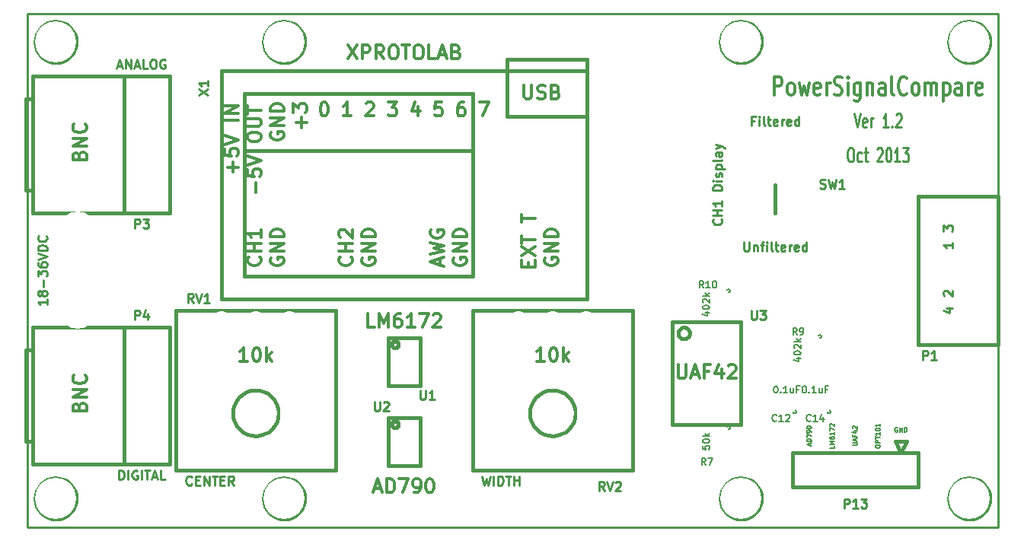
<source format=gto>
G04 (created by PCBNEW-RS274X (2011-05-25)-stable) date Fri 04 Oct 2013 02:44:26 PM EDT*
G01*
G70*
G90*
%MOIN*%
G04 Gerber Fmt 3.4, Leading zero omitted, Abs format*
%FSLAX34Y34*%
G04 APERTURE LIST*
%ADD10C,0.006000*%
%ADD11C,0.010000*%
%ADD12C,0.005000*%
%ADD13C,0.009000*%
%ADD14C,0.012000*%
%ADD15C,0.015000*%
%ADD16C,0.127000*%
%ADD17C,0.076000*%
%ADD18R,0.076000X0.076000*%
%ADD19C,0.180000*%
%ADD20C,0.080000*%
%ADD21R,0.080000X0.045000*%
%ADD22R,0.070000X0.120000*%
%ADD23R,0.120000X0.070000*%
%ADD24C,0.220000*%
%ADD25C,0.100000*%
%ADD26C,0.096000*%
%ADD27C,0.160000*%
%ADD28C,0.140000*%
%ADD29R,0.085000X0.085000*%
%ADD30C,0.085000*%
%ADD31C,0.093000*%
%ADD32R,0.093000X0.093000*%
%ADD33C,0.155000*%
%ADD34R,0.145000X0.050000*%
G04 APERTURE END LIST*
G54D10*
G54D11*
X59874Y-39505D02*
X59893Y-39524D01*
X59912Y-39581D01*
X59912Y-39619D01*
X59893Y-39677D01*
X59855Y-39715D01*
X59817Y-39734D01*
X59740Y-39753D01*
X59683Y-39753D01*
X59607Y-39734D01*
X59569Y-39715D01*
X59531Y-39677D01*
X59512Y-39619D01*
X59512Y-39581D01*
X59531Y-39524D01*
X59550Y-39505D01*
X59912Y-39334D02*
X59512Y-39334D01*
X59702Y-39334D02*
X59702Y-39105D01*
X59912Y-39105D02*
X59512Y-39105D01*
X59912Y-38705D02*
X59912Y-38934D01*
X59912Y-38820D02*
X59512Y-38820D01*
X59569Y-38858D01*
X59607Y-38896D01*
X59626Y-38934D01*
X59912Y-38229D02*
X59512Y-38229D01*
X59512Y-38134D01*
X59531Y-38076D01*
X59569Y-38038D01*
X59607Y-38019D01*
X59683Y-38000D01*
X59740Y-38000D01*
X59817Y-38019D01*
X59855Y-38038D01*
X59893Y-38076D01*
X59912Y-38134D01*
X59912Y-38229D01*
X59912Y-37829D02*
X59645Y-37829D01*
X59512Y-37829D02*
X59531Y-37848D01*
X59550Y-37829D01*
X59531Y-37810D01*
X59512Y-37829D01*
X59550Y-37829D01*
X59893Y-37658D02*
X59912Y-37620D01*
X59912Y-37544D01*
X59893Y-37505D01*
X59855Y-37486D01*
X59836Y-37486D01*
X59798Y-37505D01*
X59779Y-37544D01*
X59779Y-37601D01*
X59760Y-37639D01*
X59721Y-37658D01*
X59702Y-37658D01*
X59664Y-37639D01*
X59645Y-37601D01*
X59645Y-37544D01*
X59664Y-37505D01*
X59645Y-37315D02*
X60045Y-37315D01*
X59664Y-37315D02*
X59645Y-37277D01*
X59645Y-37200D01*
X59664Y-37162D01*
X59683Y-37143D01*
X59721Y-37124D01*
X59836Y-37124D01*
X59874Y-37143D01*
X59893Y-37162D01*
X59912Y-37200D01*
X59912Y-37277D01*
X59893Y-37315D01*
X59912Y-36896D02*
X59893Y-36934D01*
X59855Y-36953D01*
X59512Y-36953D01*
X59912Y-36571D02*
X59702Y-36571D01*
X59664Y-36590D01*
X59645Y-36628D01*
X59645Y-36705D01*
X59664Y-36743D01*
X59893Y-36571D02*
X59912Y-36609D01*
X59912Y-36705D01*
X59893Y-36743D01*
X59855Y-36762D01*
X59817Y-36762D01*
X59779Y-36743D01*
X59760Y-36705D01*
X59760Y-36609D01*
X59740Y-36571D01*
X59645Y-36419D02*
X59912Y-36324D01*
X59645Y-36228D02*
X59912Y-36324D01*
X60007Y-36362D01*
X60026Y-36381D01*
X60045Y-36419D01*
X61345Y-35202D02*
X61211Y-35202D01*
X61211Y-35412D02*
X61211Y-35012D01*
X61402Y-35012D01*
X61554Y-35412D02*
X61554Y-35145D01*
X61554Y-35012D02*
X61535Y-35031D01*
X61554Y-35050D01*
X61573Y-35031D01*
X61554Y-35012D01*
X61554Y-35050D01*
X61801Y-35412D02*
X61763Y-35393D01*
X61744Y-35355D01*
X61744Y-35012D01*
X61897Y-35145D02*
X62049Y-35145D01*
X61954Y-35012D02*
X61954Y-35355D01*
X61973Y-35393D01*
X62011Y-35412D01*
X62049Y-35412D01*
X62336Y-35393D02*
X62298Y-35412D01*
X62221Y-35412D01*
X62183Y-35393D01*
X62164Y-35355D01*
X62164Y-35202D01*
X62183Y-35164D01*
X62221Y-35145D01*
X62298Y-35145D01*
X62336Y-35164D01*
X62355Y-35202D01*
X62355Y-35240D01*
X62164Y-35279D01*
X62526Y-35412D02*
X62526Y-35145D01*
X62526Y-35221D02*
X62545Y-35183D01*
X62564Y-35164D01*
X62602Y-35145D01*
X62641Y-35145D01*
X62927Y-35393D02*
X62889Y-35412D01*
X62812Y-35412D01*
X62774Y-35393D01*
X62755Y-35355D01*
X62755Y-35202D01*
X62774Y-35164D01*
X62812Y-35145D01*
X62889Y-35145D01*
X62927Y-35164D01*
X62946Y-35202D01*
X62946Y-35240D01*
X62755Y-35279D01*
X63289Y-35412D02*
X63289Y-35012D01*
X63289Y-35393D02*
X63251Y-35412D01*
X63174Y-35412D01*
X63136Y-35393D01*
X63117Y-35374D01*
X63098Y-35336D01*
X63098Y-35221D01*
X63117Y-35183D01*
X63136Y-35164D01*
X63174Y-35145D01*
X63251Y-35145D01*
X63289Y-35164D01*
X60878Y-40512D02*
X60878Y-40836D01*
X60897Y-40874D01*
X60916Y-40893D01*
X60954Y-40912D01*
X61031Y-40912D01*
X61069Y-40893D01*
X61088Y-40874D01*
X61107Y-40836D01*
X61107Y-40512D01*
X61297Y-40645D02*
X61297Y-40912D01*
X61297Y-40683D02*
X61316Y-40664D01*
X61354Y-40645D01*
X61412Y-40645D01*
X61450Y-40664D01*
X61469Y-40702D01*
X61469Y-40912D01*
X61602Y-40645D02*
X61754Y-40645D01*
X61659Y-40912D02*
X61659Y-40569D01*
X61678Y-40531D01*
X61716Y-40512D01*
X61754Y-40512D01*
X61888Y-40912D02*
X61888Y-40645D01*
X61888Y-40512D02*
X61869Y-40531D01*
X61888Y-40550D01*
X61907Y-40531D01*
X61888Y-40512D01*
X61888Y-40550D01*
X62135Y-40912D02*
X62097Y-40893D01*
X62078Y-40855D01*
X62078Y-40512D01*
X62231Y-40645D02*
X62383Y-40645D01*
X62288Y-40512D02*
X62288Y-40855D01*
X62307Y-40893D01*
X62345Y-40912D01*
X62383Y-40912D01*
X62670Y-40893D02*
X62632Y-40912D01*
X62555Y-40912D01*
X62517Y-40893D01*
X62498Y-40855D01*
X62498Y-40702D01*
X62517Y-40664D01*
X62555Y-40645D01*
X62632Y-40645D01*
X62670Y-40664D01*
X62689Y-40702D01*
X62689Y-40740D01*
X62498Y-40779D01*
X62860Y-40912D02*
X62860Y-40645D01*
X62860Y-40721D02*
X62879Y-40683D01*
X62898Y-40664D01*
X62936Y-40645D01*
X62975Y-40645D01*
X63261Y-40893D02*
X63223Y-40912D01*
X63146Y-40912D01*
X63108Y-40893D01*
X63089Y-40855D01*
X63089Y-40702D01*
X63108Y-40664D01*
X63146Y-40645D01*
X63223Y-40645D01*
X63261Y-40664D01*
X63280Y-40702D01*
X63280Y-40740D01*
X63089Y-40779D01*
X63623Y-40912D02*
X63623Y-40512D01*
X63623Y-40893D02*
X63585Y-40912D01*
X63508Y-40912D01*
X63470Y-40893D01*
X63451Y-40874D01*
X63432Y-40836D01*
X63432Y-40721D01*
X63451Y-40683D01*
X63470Y-40664D01*
X63508Y-40645D01*
X63585Y-40645D01*
X63623Y-40664D01*
X30362Y-43026D02*
X30362Y-43255D01*
X30362Y-43141D02*
X29962Y-43141D01*
X30019Y-43179D01*
X30057Y-43217D01*
X30076Y-43255D01*
X30133Y-42798D02*
X30114Y-42836D01*
X30095Y-42855D01*
X30057Y-42874D01*
X30038Y-42874D01*
X30000Y-42855D01*
X29981Y-42836D01*
X29962Y-42798D01*
X29962Y-42721D01*
X29981Y-42683D01*
X30000Y-42664D01*
X30038Y-42645D01*
X30057Y-42645D01*
X30095Y-42664D01*
X30114Y-42683D01*
X30133Y-42721D01*
X30133Y-42798D01*
X30152Y-42836D01*
X30171Y-42855D01*
X30210Y-42874D01*
X30286Y-42874D01*
X30324Y-42855D01*
X30343Y-42836D01*
X30362Y-42798D01*
X30362Y-42721D01*
X30343Y-42683D01*
X30324Y-42664D01*
X30286Y-42645D01*
X30210Y-42645D01*
X30171Y-42664D01*
X30152Y-42683D01*
X30133Y-42721D01*
X30210Y-42474D02*
X30210Y-42169D01*
X29962Y-42017D02*
X29962Y-41769D01*
X30114Y-41903D01*
X30114Y-41845D01*
X30133Y-41807D01*
X30152Y-41788D01*
X30190Y-41769D01*
X30286Y-41769D01*
X30324Y-41788D01*
X30343Y-41807D01*
X30362Y-41845D01*
X30362Y-41960D01*
X30343Y-41998D01*
X30324Y-42017D01*
X29962Y-41426D02*
X29962Y-41503D01*
X29981Y-41541D01*
X30000Y-41560D01*
X30057Y-41598D01*
X30133Y-41617D01*
X30286Y-41617D01*
X30324Y-41598D01*
X30343Y-41579D01*
X30362Y-41541D01*
X30362Y-41464D01*
X30343Y-41426D01*
X30324Y-41407D01*
X30286Y-41388D01*
X30190Y-41388D01*
X30152Y-41407D01*
X30133Y-41426D01*
X30114Y-41464D01*
X30114Y-41541D01*
X30133Y-41579D01*
X30152Y-41598D01*
X30190Y-41617D01*
X29962Y-41274D02*
X30362Y-41141D01*
X29962Y-41007D01*
X30362Y-40874D02*
X29962Y-40874D01*
X29962Y-40779D01*
X29981Y-40721D01*
X30019Y-40683D01*
X30057Y-40664D01*
X30133Y-40645D01*
X30190Y-40645D01*
X30267Y-40664D01*
X30305Y-40683D01*
X30343Y-40721D01*
X30362Y-40779D01*
X30362Y-40874D01*
X30324Y-40245D02*
X30343Y-40264D01*
X30362Y-40321D01*
X30362Y-40359D01*
X30343Y-40417D01*
X30305Y-40455D01*
X30267Y-40474D01*
X30190Y-40493D01*
X30133Y-40493D01*
X30057Y-40474D01*
X30019Y-40455D01*
X29981Y-40417D01*
X29962Y-40359D01*
X29962Y-40321D01*
X29981Y-40264D01*
X30000Y-40245D01*
X33519Y-50912D02*
X33519Y-50512D01*
X33614Y-50512D01*
X33672Y-50531D01*
X33710Y-50569D01*
X33729Y-50607D01*
X33748Y-50683D01*
X33748Y-50740D01*
X33729Y-50817D01*
X33710Y-50855D01*
X33672Y-50893D01*
X33614Y-50912D01*
X33519Y-50912D01*
X33919Y-50912D02*
X33919Y-50512D01*
X34319Y-50531D02*
X34281Y-50512D01*
X34224Y-50512D01*
X34166Y-50531D01*
X34128Y-50569D01*
X34109Y-50607D01*
X34090Y-50683D01*
X34090Y-50740D01*
X34109Y-50817D01*
X34128Y-50855D01*
X34166Y-50893D01*
X34224Y-50912D01*
X34262Y-50912D01*
X34319Y-50893D01*
X34338Y-50874D01*
X34338Y-50740D01*
X34262Y-50740D01*
X34509Y-50912D02*
X34509Y-50512D01*
X34642Y-50512D02*
X34871Y-50512D01*
X34756Y-50912D02*
X34756Y-50512D01*
X34985Y-50798D02*
X35176Y-50798D01*
X34947Y-50912D02*
X35080Y-50512D01*
X35214Y-50912D01*
X35538Y-50912D02*
X35347Y-50912D01*
X35347Y-50512D01*
X33452Y-32798D02*
X33643Y-32798D01*
X33414Y-32912D02*
X33547Y-32512D01*
X33681Y-32912D01*
X33814Y-32912D02*
X33814Y-32512D01*
X34043Y-32912D01*
X34043Y-32512D01*
X34214Y-32798D02*
X34405Y-32798D01*
X34176Y-32912D02*
X34309Y-32512D01*
X34443Y-32912D01*
X34767Y-32912D02*
X34576Y-32912D01*
X34576Y-32512D01*
X34976Y-32512D02*
X35053Y-32512D01*
X35091Y-32531D01*
X35129Y-32569D01*
X35148Y-32645D01*
X35148Y-32779D01*
X35129Y-32855D01*
X35091Y-32893D01*
X35053Y-32912D01*
X34976Y-32912D01*
X34938Y-32893D01*
X34900Y-32855D01*
X34881Y-32779D01*
X34881Y-32645D01*
X34900Y-32569D01*
X34938Y-32531D01*
X34976Y-32512D01*
X35529Y-32531D02*
X35491Y-32512D01*
X35434Y-32512D01*
X35376Y-32531D01*
X35338Y-32569D01*
X35319Y-32607D01*
X35300Y-32683D01*
X35300Y-32740D01*
X35319Y-32817D01*
X35338Y-32855D01*
X35376Y-32893D01*
X35434Y-32912D01*
X35472Y-32912D01*
X35529Y-32893D01*
X35548Y-32874D01*
X35548Y-32740D01*
X35472Y-32740D01*
X49422Y-50762D02*
X49517Y-51162D01*
X49594Y-50876D01*
X49670Y-51162D01*
X49765Y-50762D01*
X49917Y-51162D02*
X49917Y-50762D01*
X50107Y-51162D02*
X50107Y-50762D01*
X50202Y-50762D01*
X50260Y-50781D01*
X50298Y-50819D01*
X50317Y-50857D01*
X50336Y-50933D01*
X50336Y-50990D01*
X50317Y-51067D01*
X50298Y-51105D01*
X50260Y-51143D01*
X50202Y-51162D01*
X50107Y-51162D01*
X50450Y-50762D02*
X50679Y-50762D01*
X50564Y-51162D02*
X50564Y-50762D01*
X50812Y-51162D02*
X50812Y-50762D01*
X50812Y-50952D02*
X51041Y-50952D01*
X51041Y-51162D02*
X51041Y-50762D01*
X36700Y-51124D02*
X36681Y-51143D01*
X36624Y-51162D01*
X36586Y-51162D01*
X36528Y-51143D01*
X36490Y-51105D01*
X36471Y-51067D01*
X36452Y-50990D01*
X36452Y-50933D01*
X36471Y-50857D01*
X36490Y-50819D01*
X36528Y-50781D01*
X36586Y-50762D01*
X36624Y-50762D01*
X36681Y-50781D01*
X36700Y-50800D01*
X36871Y-50952D02*
X37005Y-50952D01*
X37062Y-51162D02*
X36871Y-51162D01*
X36871Y-50762D01*
X37062Y-50762D01*
X37233Y-51162D02*
X37233Y-50762D01*
X37462Y-51162D01*
X37462Y-50762D01*
X37595Y-50762D02*
X37824Y-50762D01*
X37709Y-51162D02*
X37709Y-50762D01*
X37957Y-50952D02*
X38091Y-50952D01*
X38148Y-51162D02*
X37957Y-51162D01*
X37957Y-50762D01*
X38148Y-50762D01*
X38548Y-51162D02*
X38414Y-50971D01*
X38319Y-51162D02*
X38319Y-50762D01*
X38472Y-50762D01*
X38510Y-50781D01*
X38529Y-50800D01*
X38548Y-50838D01*
X38548Y-50895D01*
X38529Y-50933D01*
X38510Y-50952D01*
X38472Y-50971D01*
X38319Y-50971D01*
G54D12*
X67597Y-48640D02*
X67578Y-48631D01*
X67550Y-48631D01*
X67521Y-48640D01*
X67502Y-48660D01*
X67493Y-48679D01*
X67483Y-48717D01*
X67483Y-48745D01*
X67493Y-48783D01*
X67502Y-48802D01*
X67521Y-48821D01*
X67550Y-48831D01*
X67569Y-48831D01*
X67597Y-48821D01*
X67607Y-48812D01*
X67607Y-48745D01*
X67569Y-48745D01*
X67693Y-48831D02*
X67693Y-48631D01*
X67807Y-48831D01*
X67807Y-48631D01*
X67903Y-48831D02*
X67903Y-48631D01*
X67950Y-48631D01*
X67979Y-48640D01*
X67998Y-48660D01*
X68007Y-48679D01*
X68017Y-48717D01*
X68017Y-48745D01*
X68007Y-48783D01*
X67998Y-48802D01*
X67979Y-48821D01*
X67950Y-48831D01*
X67903Y-48831D01*
X66631Y-49480D02*
X66631Y-49442D01*
X66640Y-49423D01*
X66660Y-49404D01*
X66698Y-49395D01*
X66764Y-49395D01*
X66802Y-49404D01*
X66821Y-49423D01*
X66831Y-49442D01*
X66831Y-49480D01*
X66821Y-49499D01*
X66802Y-49518D01*
X66764Y-49528D01*
X66698Y-49528D01*
X66660Y-49518D01*
X66640Y-49499D01*
X66631Y-49480D01*
X66831Y-49308D02*
X66631Y-49308D01*
X66631Y-49232D01*
X66640Y-49213D01*
X66650Y-49204D01*
X66669Y-49194D01*
X66698Y-49194D01*
X66717Y-49204D01*
X66726Y-49213D01*
X66736Y-49232D01*
X66736Y-49308D01*
X66631Y-49137D02*
X66631Y-49023D01*
X66831Y-49080D02*
X66631Y-49080D01*
X66831Y-48852D02*
X66831Y-48966D01*
X66831Y-48909D02*
X66631Y-48909D01*
X66660Y-48928D01*
X66679Y-48947D01*
X66688Y-48966D01*
X66631Y-48728D02*
X66631Y-48709D01*
X66640Y-48690D01*
X66650Y-48681D01*
X66669Y-48671D01*
X66707Y-48662D01*
X66755Y-48662D01*
X66793Y-48671D01*
X66812Y-48681D01*
X66821Y-48690D01*
X66831Y-48709D01*
X66831Y-48728D01*
X66821Y-48747D01*
X66812Y-48757D01*
X66793Y-48766D01*
X66755Y-48776D01*
X66707Y-48776D01*
X66669Y-48766D01*
X66650Y-48757D01*
X66640Y-48747D01*
X66631Y-48728D01*
X66831Y-48472D02*
X66831Y-48586D01*
X66831Y-48529D02*
X66631Y-48529D01*
X66660Y-48548D01*
X66679Y-48567D01*
X66688Y-48586D01*
X65631Y-49418D02*
X65793Y-49418D01*
X65812Y-49409D01*
X65821Y-49399D01*
X65831Y-49380D01*
X65831Y-49342D01*
X65821Y-49323D01*
X65812Y-49314D01*
X65793Y-49304D01*
X65631Y-49304D01*
X65774Y-49218D02*
X65774Y-49123D01*
X65831Y-49237D02*
X65631Y-49170D01*
X65831Y-49104D01*
X65726Y-48971D02*
X65726Y-49037D01*
X65831Y-49037D02*
X65631Y-49037D01*
X65631Y-48942D01*
X65698Y-48781D02*
X65831Y-48781D01*
X65621Y-48828D02*
X65764Y-48876D01*
X65764Y-48752D01*
X65650Y-48686D02*
X65640Y-48676D01*
X65631Y-48657D01*
X65631Y-48610D01*
X65640Y-48591D01*
X65650Y-48581D01*
X65669Y-48572D01*
X65688Y-48572D01*
X65717Y-48581D01*
X65831Y-48695D01*
X65831Y-48572D01*
X63774Y-49432D02*
X63774Y-49337D01*
X63831Y-49451D02*
X63631Y-49384D01*
X63831Y-49318D01*
X63831Y-49251D02*
X63631Y-49251D01*
X63631Y-49204D01*
X63640Y-49175D01*
X63660Y-49156D01*
X63679Y-49147D01*
X63717Y-49137D01*
X63745Y-49137D01*
X63783Y-49147D01*
X63802Y-49156D01*
X63821Y-49175D01*
X63831Y-49204D01*
X63831Y-49251D01*
X63631Y-49070D02*
X63631Y-48937D01*
X63831Y-49023D01*
X63831Y-48852D02*
X63831Y-48814D01*
X63821Y-48795D01*
X63812Y-48785D01*
X63783Y-48766D01*
X63745Y-48757D01*
X63669Y-48757D01*
X63650Y-48766D01*
X63640Y-48776D01*
X63631Y-48795D01*
X63631Y-48833D01*
X63640Y-48852D01*
X63650Y-48861D01*
X63669Y-48871D01*
X63717Y-48871D01*
X63736Y-48861D01*
X63745Y-48852D01*
X63755Y-48833D01*
X63755Y-48795D01*
X63745Y-48776D01*
X63736Y-48766D01*
X63717Y-48757D01*
X63631Y-48633D02*
X63631Y-48614D01*
X63640Y-48595D01*
X63650Y-48586D01*
X63669Y-48576D01*
X63707Y-48567D01*
X63755Y-48567D01*
X63793Y-48576D01*
X63812Y-48586D01*
X63821Y-48595D01*
X63831Y-48614D01*
X63831Y-48633D01*
X63821Y-48652D01*
X63812Y-48662D01*
X63793Y-48671D01*
X63755Y-48681D01*
X63707Y-48681D01*
X63669Y-48671D01*
X63650Y-48662D01*
X63640Y-48652D01*
X63631Y-48633D01*
X64831Y-49432D02*
X64831Y-49527D01*
X64631Y-49527D01*
X64831Y-49365D02*
X64631Y-49365D01*
X64774Y-49299D01*
X64631Y-49232D01*
X64831Y-49232D01*
X64631Y-49051D02*
X64631Y-49089D01*
X64640Y-49108D01*
X64650Y-49117D01*
X64679Y-49136D01*
X64717Y-49146D01*
X64793Y-49146D01*
X64812Y-49136D01*
X64821Y-49127D01*
X64831Y-49108D01*
X64831Y-49070D01*
X64821Y-49051D01*
X64812Y-49041D01*
X64793Y-49032D01*
X64745Y-49032D01*
X64726Y-49041D01*
X64717Y-49051D01*
X64707Y-49070D01*
X64707Y-49108D01*
X64717Y-49127D01*
X64726Y-49136D01*
X64745Y-49146D01*
X64831Y-48842D02*
X64831Y-48956D01*
X64831Y-48899D02*
X64631Y-48899D01*
X64660Y-48918D01*
X64679Y-48937D01*
X64688Y-48956D01*
X64631Y-48775D02*
X64631Y-48642D01*
X64831Y-48728D01*
X64650Y-48576D02*
X64640Y-48566D01*
X64631Y-48547D01*
X64631Y-48500D01*
X64640Y-48481D01*
X64650Y-48471D01*
X64669Y-48462D01*
X64688Y-48462D01*
X64717Y-48471D01*
X64831Y-48585D01*
X64831Y-48462D01*
G54D13*
X29500Y-30500D02*
X29500Y-53000D01*
X72000Y-30500D02*
X29500Y-30500D01*
X72000Y-53000D02*
X72000Y-30500D01*
X29500Y-53000D02*
X72000Y-53000D01*
G54D11*
X65511Y-36393D02*
X65588Y-36393D01*
X65626Y-36421D01*
X65664Y-36479D01*
X65683Y-36593D01*
X65683Y-36793D01*
X65664Y-36907D01*
X65626Y-36964D01*
X65588Y-36993D01*
X65511Y-36993D01*
X65473Y-36964D01*
X65435Y-36907D01*
X65416Y-36793D01*
X65416Y-36593D01*
X65435Y-36479D01*
X65473Y-36421D01*
X65511Y-36393D01*
X66026Y-36964D02*
X65988Y-36993D01*
X65911Y-36993D01*
X65873Y-36964D01*
X65854Y-36936D01*
X65835Y-36879D01*
X65835Y-36707D01*
X65854Y-36650D01*
X65873Y-36621D01*
X65911Y-36593D01*
X65988Y-36593D01*
X66026Y-36621D01*
X66140Y-36593D02*
X66292Y-36593D01*
X66197Y-36393D02*
X66197Y-36907D01*
X66216Y-36964D01*
X66254Y-36993D01*
X66292Y-36993D01*
X66712Y-36450D02*
X66731Y-36421D01*
X66769Y-36393D01*
X66865Y-36393D01*
X66903Y-36421D01*
X66922Y-36450D01*
X66941Y-36507D01*
X66941Y-36564D01*
X66922Y-36650D01*
X66693Y-36993D01*
X66941Y-36993D01*
X67188Y-36393D02*
X67227Y-36393D01*
X67265Y-36421D01*
X67284Y-36450D01*
X67303Y-36507D01*
X67322Y-36621D01*
X67322Y-36764D01*
X67303Y-36879D01*
X67284Y-36936D01*
X67265Y-36964D01*
X67227Y-36993D01*
X67188Y-36993D01*
X67150Y-36964D01*
X67131Y-36936D01*
X67112Y-36879D01*
X67093Y-36764D01*
X67093Y-36621D01*
X67112Y-36507D01*
X67131Y-36450D01*
X67150Y-36421D01*
X67188Y-36393D01*
X67703Y-36993D02*
X67474Y-36993D01*
X67588Y-36993D02*
X67588Y-36393D01*
X67550Y-36479D01*
X67512Y-36536D01*
X67474Y-36564D01*
X67836Y-36393D02*
X68084Y-36393D01*
X67950Y-36621D01*
X68008Y-36621D01*
X68046Y-36650D01*
X68065Y-36679D01*
X68084Y-36736D01*
X68084Y-36879D01*
X68065Y-36936D01*
X68046Y-36964D01*
X68008Y-36993D01*
X67893Y-36993D01*
X67855Y-36964D01*
X67836Y-36936D01*
X65693Y-34893D02*
X65826Y-35493D01*
X65960Y-34893D01*
X66246Y-35464D02*
X66208Y-35493D01*
X66131Y-35493D01*
X66093Y-35464D01*
X66074Y-35407D01*
X66074Y-35179D01*
X66093Y-35121D01*
X66131Y-35093D01*
X66208Y-35093D01*
X66246Y-35121D01*
X66265Y-35179D01*
X66265Y-35236D01*
X66074Y-35293D01*
X66436Y-35493D02*
X66436Y-35093D01*
X66436Y-35207D02*
X66455Y-35150D01*
X66474Y-35121D01*
X66512Y-35093D01*
X66551Y-35093D01*
X67199Y-35493D02*
X66970Y-35493D01*
X67084Y-35493D02*
X67084Y-34893D01*
X67046Y-34979D01*
X67008Y-35036D01*
X66970Y-35064D01*
X67370Y-35436D02*
X67389Y-35464D01*
X67370Y-35493D01*
X67351Y-35464D01*
X67370Y-35436D01*
X67370Y-35493D01*
X67541Y-34950D02*
X67560Y-34921D01*
X67598Y-34893D01*
X67694Y-34893D01*
X67732Y-34921D01*
X67751Y-34950D01*
X67770Y-35007D01*
X67770Y-35064D01*
X67751Y-35150D01*
X67522Y-35493D01*
X67770Y-35493D01*
G54D14*
X62208Y-34074D02*
X62208Y-33274D01*
X62436Y-33274D01*
X62494Y-33312D01*
X62522Y-33350D01*
X62551Y-33426D01*
X62551Y-33540D01*
X62522Y-33617D01*
X62494Y-33655D01*
X62436Y-33693D01*
X62208Y-33693D01*
X62894Y-34074D02*
X62836Y-34036D01*
X62808Y-33998D01*
X62779Y-33921D01*
X62779Y-33693D01*
X62808Y-33617D01*
X62836Y-33579D01*
X62894Y-33540D01*
X62979Y-33540D01*
X63036Y-33579D01*
X63065Y-33617D01*
X63094Y-33693D01*
X63094Y-33921D01*
X63065Y-33998D01*
X63036Y-34036D01*
X62979Y-34074D01*
X62894Y-34074D01*
X63294Y-33540D02*
X63408Y-34074D01*
X63522Y-33693D01*
X63637Y-34074D01*
X63751Y-33540D01*
X64208Y-34036D02*
X64151Y-34074D01*
X64037Y-34074D01*
X63980Y-34036D01*
X63951Y-33960D01*
X63951Y-33655D01*
X63980Y-33579D01*
X64037Y-33540D01*
X64151Y-33540D01*
X64208Y-33579D01*
X64237Y-33655D01*
X64237Y-33731D01*
X63951Y-33807D01*
X64494Y-34074D02*
X64494Y-33540D01*
X64494Y-33693D02*
X64522Y-33617D01*
X64551Y-33579D01*
X64608Y-33540D01*
X64665Y-33540D01*
X64836Y-34036D02*
X64922Y-34074D01*
X65065Y-34074D01*
X65122Y-34036D01*
X65151Y-33998D01*
X65179Y-33921D01*
X65179Y-33845D01*
X65151Y-33769D01*
X65122Y-33731D01*
X65065Y-33693D01*
X64951Y-33655D01*
X64893Y-33617D01*
X64865Y-33579D01*
X64836Y-33502D01*
X64836Y-33426D01*
X64865Y-33350D01*
X64893Y-33312D01*
X64951Y-33274D01*
X65093Y-33274D01*
X65179Y-33312D01*
X65436Y-34074D02*
X65436Y-33540D01*
X65436Y-33274D02*
X65407Y-33312D01*
X65436Y-33350D01*
X65464Y-33312D01*
X65436Y-33274D01*
X65436Y-33350D01*
X65979Y-33540D02*
X65979Y-34188D01*
X65950Y-34264D01*
X65922Y-34302D01*
X65865Y-34340D01*
X65779Y-34340D01*
X65722Y-34302D01*
X65979Y-34036D02*
X65922Y-34074D01*
X65808Y-34074D01*
X65750Y-34036D01*
X65722Y-33998D01*
X65693Y-33921D01*
X65693Y-33693D01*
X65722Y-33617D01*
X65750Y-33579D01*
X65808Y-33540D01*
X65922Y-33540D01*
X65979Y-33579D01*
X66265Y-33540D02*
X66265Y-34074D01*
X66265Y-33617D02*
X66293Y-33579D01*
X66351Y-33540D01*
X66436Y-33540D01*
X66493Y-33579D01*
X66522Y-33655D01*
X66522Y-34074D01*
X67065Y-34074D02*
X67065Y-33655D01*
X67036Y-33579D01*
X66979Y-33540D01*
X66865Y-33540D01*
X66808Y-33579D01*
X67065Y-34036D02*
X67008Y-34074D01*
X66865Y-34074D01*
X66808Y-34036D01*
X66779Y-33960D01*
X66779Y-33883D01*
X66808Y-33807D01*
X66865Y-33769D01*
X67008Y-33769D01*
X67065Y-33731D01*
X67437Y-34074D02*
X67379Y-34036D01*
X67351Y-33960D01*
X67351Y-33274D01*
X68008Y-33998D02*
X67979Y-34036D01*
X67893Y-34074D01*
X67836Y-34074D01*
X67751Y-34036D01*
X67693Y-33960D01*
X67665Y-33883D01*
X67636Y-33731D01*
X67636Y-33617D01*
X67665Y-33464D01*
X67693Y-33388D01*
X67751Y-33312D01*
X67836Y-33274D01*
X67893Y-33274D01*
X67979Y-33312D01*
X68008Y-33350D01*
X68351Y-34074D02*
X68293Y-34036D01*
X68265Y-33998D01*
X68236Y-33921D01*
X68236Y-33693D01*
X68265Y-33617D01*
X68293Y-33579D01*
X68351Y-33540D01*
X68436Y-33540D01*
X68493Y-33579D01*
X68522Y-33617D01*
X68551Y-33693D01*
X68551Y-33921D01*
X68522Y-33998D01*
X68493Y-34036D01*
X68436Y-34074D01*
X68351Y-34074D01*
X68808Y-34074D02*
X68808Y-33540D01*
X68808Y-33617D02*
X68836Y-33579D01*
X68894Y-33540D01*
X68979Y-33540D01*
X69036Y-33579D01*
X69065Y-33655D01*
X69065Y-34074D01*
X69065Y-33655D02*
X69094Y-33579D01*
X69151Y-33540D01*
X69236Y-33540D01*
X69294Y-33579D01*
X69322Y-33655D01*
X69322Y-34074D01*
X69608Y-33540D02*
X69608Y-34340D01*
X69608Y-33579D02*
X69665Y-33540D01*
X69779Y-33540D01*
X69836Y-33579D01*
X69865Y-33617D01*
X69894Y-33693D01*
X69894Y-33921D01*
X69865Y-33998D01*
X69836Y-34036D01*
X69779Y-34074D01*
X69665Y-34074D01*
X69608Y-34036D01*
X70408Y-34074D02*
X70408Y-33655D01*
X70379Y-33579D01*
X70322Y-33540D01*
X70208Y-33540D01*
X70151Y-33579D01*
X70408Y-34036D02*
X70351Y-34074D01*
X70208Y-34074D01*
X70151Y-34036D01*
X70122Y-33960D01*
X70122Y-33883D01*
X70151Y-33807D01*
X70208Y-33769D01*
X70351Y-33769D01*
X70408Y-33731D01*
X70694Y-34074D02*
X70694Y-33540D01*
X70694Y-33693D02*
X70722Y-33617D01*
X70751Y-33579D01*
X70808Y-33540D01*
X70865Y-33540D01*
X71293Y-34036D02*
X71236Y-34074D01*
X71122Y-34074D01*
X71065Y-34036D01*
X71036Y-33960D01*
X71036Y-33655D01*
X71065Y-33579D01*
X71122Y-33540D01*
X71236Y-33540D01*
X71293Y-33579D01*
X71322Y-33655D01*
X71322Y-33731D01*
X71036Y-33807D01*
G54D15*
X72000Y-38500D02*
X68500Y-38500D01*
X68500Y-38500D02*
X68500Y-45000D01*
X68500Y-45000D02*
X72000Y-45000D01*
X72000Y-38500D02*
X72000Y-45000D01*
X31650Y-51750D02*
X31632Y-51924D01*
X31582Y-52092D01*
X31499Y-52248D01*
X31388Y-52384D01*
X31253Y-52496D01*
X31098Y-52579D01*
X30930Y-52631D01*
X30756Y-52649D01*
X30582Y-52634D01*
X30413Y-52584D01*
X30258Y-52503D01*
X30121Y-52393D01*
X30008Y-52258D01*
X29923Y-52104D01*
X29870Y-51937D01*
X29851Y-51762D01*
X29865Y-51588D01*
X29914Y-51419D01*
X29994Y-51263D01*
X30103Y-51125D01*
X30237Y-51011D01*
X30390Y-50926D01*
X30557Y-50871D01*
X30732Y-50851D01*
X30906Y-50864D01*
X31075Y-50911D01*
X31232Y-50991D01*
X31370Y-51099D01*
X31485Y-51232D01*
X31572Y-51384D01*
X31627Y-51551D01*
X31649Y-51725D01*
X31650Y-51750D01*
X41650Y-51750D02*
X41632Y-51924D01*
X41582Y-52092D01*
X41499Y-52248D01*
X41388Y-52384D01*
X41253Y-52496D01*
X41098Y-52579D01*
X40930Y-52631D01*
X40756Y-52649D01*
X40582Y-52634D01*
X40413Y-52584D01*
X40258Y-52503D01*
X40121Y-52393D01*
X40008Y-52258D01*
X39923Y-52104D01*
X39870Y-51937D01*
X39851Y-51762D01*
X39865Y-51588D01*
X39914Y-51419D01*
X39994Y-51263D01*
X40103Y-51125D01*
X40237Y-51011D01*
X40390Y-50926D01*
X40557Y-50871D01*
X40732Y-50851D01*
X40906Y-50864D01*
X41075Y-50911D01*
X41232Y-50991D01*
X41370Y-51099D01*
X41485Y-51232D01*
X41572Y-51384D01*
X41627Y-51551D01*
X41649Y-51725D01*
X41650Y-51750D01*
X31650Y-31750D02*
X31632Y-31924D01*
X31582Y-32092D01*
X31499Y-32248D01*
X31388Y-32384D01*
X31253Y-32496D01*
X31098Y-32579D01*
X30930Y-32631D01*
X30756Y-32649D01*
X30582Y-32634D01*
X30413Y-32584D01*
X30258Y-32503D01*
X30121Y-32393D01*
X30008Y-32258D01*
X29923Y-32104D01*
X29870Y-31937D01*
X29851Y-31762D01*
X29865Y-31588D01*
X29914Y-31419D01*
X29994Y-31263D01*
X30103Y-31125D01*
X30237Y-31011D01*
X30390Y-30926D01*
X30557Y-30871D01*
X30732Y-30851D01*
X30906Y-30864D01*
X31075Y-30911D01*
X31232Y-30991D01*
X31370Y-31099D01*
X31485Y-31232D01*
X31572Y-31384D01*
X31627Y-31551D01*
X31649Y-31725D01*
X31650Y-31750D01*
X61650Y-51750D02*
X61632Y-51924D01*
X61582Y-52092D01*
X61499Y-52248D01*
X61388Y-52384D01*
X61253Y-52496D01*
X61098Y-52579D01*
X60930Y-52631D01*
X60756Y-52649D01*
X60582Y-52634D01*
X60413Y-52584D01*
X60258Y-52503D01*
X60121Y-52393D01*
X60008Y-52258D01*
X59923Y-52104D01*
X59870Y-51937D01*
X59851Y-51762D01*
X59865Y-51588D01*
X59914Y-51419D01*
X59994Y-51263D01*
X60103Y-51125D01*
X60237Y-51011D01*
X60390Y-50926D01*
X60557Y-50871D01*
X60732Y-50851D01*
X60906Y-50864D01*
X61075Y-50911D01*
X61232Y-50991D01*
X61370Y-51099D01*
X61485Y-51232D01*
X61572Y-51384D01*
X61627Y-51551D01*
X61649Y-51725D01*
X61650Y-51750D01*
X71650Y-31750D02*
X71632Y-31924D01*
X71582Y-32092D01*
X71499Y-32248D01*
X71388Y-32384D01*
X71253Y-32496D01*
X71098Y-32579D01*
X70930Y-32631D01*
X70756Y-32649D01*
X70582Y-32634D01*
X70413Y-32584D01*
X70258Y-32503D01*
X70121Y-32393D01*
X70008Y-32258D01*
X69923Y-32104D01*
X69870Y-31937D01*
X69851Y-31762D01*
X69865Y-31588D01*
X69914Y-31419D01*
X69994Y-31263D01*
X70103Y-31125D01*
X70237Y-31011D01*
X70390Y-30926D01*
X70557Y-30871D01*
X70732Y-30851D01*
X70906Y-30864D01*
X71075Y-30911D01*
X71232Y-30991D01*
X71370Y-31099D01*
X71485Y-31232D01*
X71572Y-31384D01*
X71627Y-31551D01*
X71649Y-31725D01*
X71650Y-31750D01*
X71650Y-51750D02*
X71632Y-51924D01*
X71582Y-52092D01*
X71499Y-52248D01*
X71388Y-52384D01*
X71253Y-52496D01*
X71098Y-52579D01*
X70930Y-52631D01*
X70756Y-52649D01*
X70582Y-52634D01*
X70413Y-52584D01*
X70258Y-52503D01*
X70121Y-52393D01*
X70008Y-52258D01*
X69923Y-52104D01*
X69870Y-51937D01*
X69851Y-51762D01*
X69865Y-51588D01*
X69914Y-51419D01*
X69994Y-51263D01*
X70103Y-51125D01*
X70237Y-51011D01*
X70390Y-50926D01*
X70557Y-50871D01*
X70732Y-50851D01*
X70906Y-50864D01*
X71075Y-50911D01*
X71232Y-50991D01*
X71370Y-51099D01*
X71485Y-51232D01*
X71572Y-51384D01*
X71627Y-51551D01*
X71649Y-51725D01*
X71650Y-51750D01*
X49000Y-36500D02*
X39000Y-36500D01*
X49000Y-34000D02*
X39000Y-34000D01*
X39000Y-34000D02*
X39000Y-42000D01*
X39000Y-42000D02*
X49000Y-42000D01*
X49000Y-42000D02*
X49000Y-34000D01*
X50500Y-32500D02*
X54000Y-32500D01*
X54000Y-32500D02*
X54000Y-33000D01*
X50500Y-32500D02*
X50500Y-35000D01*
X50500Y-35000D02*
X54000Y-35000D01*
X38000Y-33000D02*
X38000Y-43000D01*
X38000Y-43000D02*
X54000Y-43000D01*
X54000Y-43000D02*
X54000Y-33000D01*
X54000Y-33000D02*
X38000Y-33000D01*
X58500Y-44500D02*
X58495Y-44548D01*
X58481Y-44595D01*
X58458Y-44638D01*
X58427Y-44676D01*
X58389Y-44707D01*
X58346Y-44730D01*
X58300Y-44744D01*
X58251Y-44749D01*
X58204Y-44745D01*
X58157Y-44731D01*
X58114Y-44709D01*
X58076Y-44678D01*
X58044Y-44641D01*
X58021Y-44598D01*
X58006Y-44551D01*
X58001Y-44503D01*
X58005Y-44455D01*
X58018Y-44408D01*
X58040Y-44365D01*
X58071Y-44327D01*
X58108Y-44295D01*
X58150Y-44271D01*
X58197Y-44256D01*
X58245Y-44251D01*
X58293Y-44254D01*
X58340Y-44267D01*
X58383Y-44289D01*
X58422Y-44319D01*
X58454Y-44356D01*
X58478Y-44399D01*
X58493Y-44445D01*
X58499Y-44494D01*
X58500Y-44500D01*
X57750Y-44000D02*
X57750Y-48500D01*
X57750Y-48500D02*
X60750Y-48500D01*
X60750Y-48500D02*
X60750Y-44000D01*
X60750Y-44000D02*
X57750Y-44000D01*
G54D12*
X60270Y-42650D02*
X60268Y-42663D01*
X60264Y-42676D01*
X60258Y-42688D01*
X60249Y-42699D01*
X60239Y-42708D01*
X60227Y-42714D01*
X60214Y-42718D01*
X60200Y-42719D01*
X60187Y-42718D01*
X60174Y-42714D01*
X60162Y-42708D01*
X60152Y-42700D01*
X60143Y-42689D01*
X60136Y-42677D01*
X60132Y-42664D01*
X60131Y-42650D01*
X60132Y-42638D01*
X60135Y-42625D01*
X60142Y-42613D01*
X60150Y-42602D01*
X60161Y-42593D01*
X60172Y-42586D01*
X60185Y-42582D01*
X60199Y-42581D01*
X60212Y-42582D01*
X60225Y-42585D01*
X60237Y-42591D01*
X60248Y-42600D01*
X60257Y-42610D01*
X60263Y-42622D01*
X60268Y-42635D01*
X60269Y-42649D01*
X60270Y-42650D01*
X59550Y-43800D02*
X60150Y-43800D01*
X60150Y-43800D02*
X60150Y-42700D01*
X60150Y-42700D02*
X59550Y-42700D01*
X58950Y-42700D02*
X58350Y-42700D01*
X58350Y-42700D02*
X58350Y-43800D01*
X58350Y-43800D02*
X58950Y-43800D01*
X64270Y-44650D02*
X64268Y-44663D01*
X64264Y-44676D01*
X64258Y-44688D01*
X64249Y-44699D01*
X64239Y-44708D01*
X64227Y-44714D01*
X64214Y-44718D01*
X64200Y-44719D01*
X64187Y-44718D01*
X64174Y-44714D01*
X64162Y-44708D01*
X64152Y-44700D01*
X64143Y-44689D01*
X64136Y-44677D01*
X64132Y-44664D01*
X64131Y-44650D01*
X64132Y-44638D01*
X64135Y-44625D01*
X64142Y-44613D01*
X64150Y-44602D01*
X64161Y-44593D01*
X64172Y-44586D01*
X64185Y-44582D01*
X64199Y-44581D01*
X64212Y-44582D01*
X64225Y-44585D01*
X64237Y-44591D01*
X64248Y-44600D01*
X64257Y-44610D01*
X64263Y-44622D01*
X64268Y-44635D01*
X64269Y-44649D01*
X64270Y-44650D01*
X63550Y-45800D02*
X64150Y-45800D01*
X64150Y-45800D02*
X64150Y-44700D01*
X64150Y-44700D02*
X63550Y-44700D01*
X62950Y-44700D02*
X62350Y-44700D01*
X62350Y-44700D02*
X62350Y-45800D01*
X62350Y-45800D02*
X62950Y-45800D01*
X60270Y-48650D02*
X60268Y-48663D01*
X60264Y-48676D01*
X60258Y-48688D01*
X60249Y-48699D01*
X60239Y-48708D01*
X60227Y-48714D01*
X60214Y-48718D01*
X60200Y-48719D01*
X60187Y-48718D01*
X60174Y-48714D01*
X60162Y-48708D01*
X60152Y-48700D01*
X60143Y-48689D01*
X60136Y-48677D01*
X60132Y-48664D01*
X60131Y-48650D01*
X60132Y-48638D01*
X60135Y-48625D01*
X60142Y-48613D01*
X60150Y-48602D01*
X60161Y-48593D01*
X60172Y-48586D01*
X60185Y-48582D01*
X60199Y-48581D01*
X60212Y-48582D01*
X60225Y-48585D01*
X60237Y-48591D01*
X60248Y-48600D01*
X60257Y-48610D01*
X60263Y-48622D01*
X60268Y-48635D01*
X60269Y-48649D01*
X60270Y-48650D01*
X59550Y-49800D02*
X60150Y-49800D01*
X60150Y-49800D02*
X60150Y-48700D01*
X60150Y-48700D02*
X59550Y-48700D01*
X58950Y-48700D02*
X58350Y-48700D01*
X58350Y-48700D02*
X58350Y-49800D01*
X58350Y-49800D02*
X58950Y-49800D01*
X64670Y-47950D02*
X64668Y-47963D01*
X64664Y-47976D01*
X64658Y-47988D01*
X64649Y-47999D01*
X64639Y-48008D01*
X64627Y-48014D01*
X64614Y-48018D01*
X64600Y-48019D01*
X64587Y-48018D01*
X64574Y-48014D01*
X64562Y-48008D01*
X64552Y-48000D01*
X64543Y-47989D01*
X64536Y-47977D01*
X64532Y-47964D01*
X64531Y-47950D01*
X64532Y-47938D01*
X64535Y-47925D01*
X64542Y-47913D01*
X64550Y-47902D01*
X64561Y-47893D01*
X64572Y-47886D01*
X64585Y-47882D01*
X64599Y-47881D01*
X64612Y-47882D01*
X64625Y-47885D01*
X64637Y-47891D01*
X64648Y-47900D01*
X64657Y-47910D01*
X64663Y-47922D01*
X64668Y-47935D01*
X64669Y-47949D01*
X64670Y-47950D01*
X63450Y-47300D02*
X63450Y-47900D01*
X63450Y-47900D02*
X64550Y-47900D01*
X64550Y-47900D02*
X64550Y-47300D01*
X64550Y-46700D02*
X64550Y-46100D01*
X64550Y-46100D02*
X63450Y-46100D01*
X63450Y-46100D02*
X63450Y-46700D01*
X63170Y-47950D02*
X63168Y-47963D01*
X63164Y-47976D01*
X63158Y-47988D01*
X63149Y-47999D01*
X63139Y-48008D01*
X63127Y-48014D01*
X63114Y-48018D01*
X63100Y-48019D01*
X63087Y-48018D01*
X63074Y-48014D01*
X63062Y-48008D01*
X63052Y-48000D01*
X63043Y-47989D01*
X63036Y-47977D01*
X63032Y-47964D01*
X63031Y-47950D01*
X63032Y-47938D01*
X63035Y-47925D01*
X63042Y-47913D01*
X63050Y-47902D01*
X63061Y-47893D01*
X63072Y-47886D01*
X63085Y-47882D01*
X63099Y-47881D01*
X63112Y-47882D01*
X63125Y-47885D01*
X63137Y-47891D01*
X63148Y-47900D01*
X63157Y-47910D01*
X63163Y-47922D01*
X63168Y-47935D01*
X63169Y-47949D01*
X63170Y-47950D01*
X61950Y-47300D02*
X61950Y-47900D01*
X61950Y-47900D02*
X63050Y-47900D01*
X63050Y-47900D02*
X63050Y-47300D01*
X63050Y-46700D02*
X63050Y-46100D01*
X63050Y-46100D02*
X61950Y-46100D01*
X61950Y-46100D02*
X61950Y-46700D01*
G54D15*
X40500Y-48000D02*
X40480Y-48194D01*
X40424Y-48381D01*
X40332Y-48553D01*
X40209Y-48704D01*
X40059Y-48829D01*
X39887Y-48921D01*
X39701Y-48979D01*
X39506Y-48999D01*
X39313Y-48982D01*
X39126Y-48927D01*
X38953Y-48836D01*
X38801Y-48714D01*
X38675Y-48564D01*
X38581Y-48393D01*
X38522Y-48207D01*
X38501Y-48013D01*
X38517Y-47820D01*
X38571Y-47632D01*
X38660Y-47459D01*
X38781Y-47306D01*
X38930Y-47179D01*
X39100Y-47084D01*
X39286Y-47024D01*
X39480Y-47001D01*
X39673Y-47016D01*
X39861Y-47068D01*
X40035Y-47156D01*
X40189Y-47276D01*
X40317Y-47424D01*
X40413Y-47594D01*
X40475Y-47779D01*
X40499Y-47973D01*
X40500Y-48000D01*
X43000Y-50500D02*
X36000Y-50500D01*
X36000Y-50500D02*
X36000Y-43500D01*
X36000Y-43500D02*
X43000Y-43500D01*
X43000Y-43500D02*
X43000Y-50500D01*
X53500Y-48000D02*
X53480Y-48194D01*
X53424Y-48381D01*
X53332Y-48553D01*
X53209Y-48704D01*
X53059Y-48829D01*
X52887Y-48921D01*
X52701Y-48979D01*
X52506Y-48999D01*
X52313Y-48982D01*
X52126Y-48927D01*
X51953Y-48836D01*
X51801Y-48714D01*
X51675Y-48564D01*
X51581Y-48393D01*
X51522Y-48207D01*
X51501Y-48013D01*
X51517Y-47820D01*
X51571Y-47632D01*
X51660Y-47459D01*
X51781Y-47306D01*
X51930Y-47179D01*
X52100Y-47084D01*
X52286Y-47024D01*
X52480Y-47001D01*
X52673Y-47016D01*
X52861Y-47068D01*
X53035Y-47156D01*
X53189Y-47276D01*
X53317Y-47424D01*
X53413Y-47594D01*
X53475Y-47779D01*
X53499Y-47973D01*
X53500Y-48000D01*
X56000Y-50500D02*
X49000Y-50500D01*
X49000Y-50500D02*
X49000Y-43500D01*
X49000Y-43500D02*
X56000Y-43500D01*
X56000Y-43500D02*
X56000Y-50500D01*
X41650Y-31750D02*
X41632Y-31924D01*
X41582Y-32092D01*
X41499Y-32248D01*
X41388Y-32384D01*
X41253Y-32496D01*
X41098Y-32579D01*
X40930Y-32631D01*
X40756Y-32649D01*
X40582Y-32634D01*
X40413Y-32584D01*
X40258Y-32503D01*
X40121Y-32393D01*
X40008Y-32258D01*
X39923Y-32104D01*
X39870Y-31937D01*
X39851Y-31762D01*
X39865Y-31588D01*
X39914Y-31419D01*
X39994Y-31263D01*
X40103Y-31125D01*
X40237Y-31011D01*
X40390Y-30926D01*
X40557Y-30871D01*
X40732Y-30851D01*
X40906Y-30864D01*
X41075Y-30911D01*
X41232Y-30991D01*
X41370Y-31099D01*
X41485Y-31232D01*
X41572Y-31384D01*
X41627Y-31551D01*
X41649Y-31725D01*
X41650Y-31750D01*
X29750Y-33250D02*
X35750Y-33250D01*
X29750Y-39250D02*
X35750Y-39250D01*
X29750Y-38250D02*
X29450Y-38250D01*
X29450Y-38250D02*
X29450Y-34250D01*
X29450Y-34250D02*
X29750Y-34250D01*
X33750Y-39250D02*
X33750Y-33250D01*
X29750Y-39250D02*
X29750Y-33250D01*
X35750Y-39250D02*
X35750Y-33250D01*
X29750Y-44250D02*
X35750Y-44250D01*
X29750Y-50250D02*
X35750Y-50250D01*
X29750Y-49250D02*
X29450Y-49250D01*
X29450Y-49250D02*
X29450Y-45250D01*
X29450Y-45250D02*
X29750Y-45250D01*
X33750Y-50250D02*
X33750Y-44250D01*
X29750Y-50250D02*
X29750Y-44250D01*
X35750Y-50250D02*
X35750Y-44250D01*
X63000Y-51250D02*
X68500Y-51250D01*
X63000Y-49750D02*
X68500Y-49750D01*
X67500Y-49250D02*
X67750Y-49750D01*
X67750Y-49750D02*
X68000Y-49250D01*
X68000Y-49250D02*
X67500Y-49250D01*
X63000Y-49750D02*
X63000Y-51250D01*
X68500Y-51250D02*
X68500Y-49750D01*
X61650Y-31750D02*
X61632Y-31924D01*
X61582Y-32092D01*
X61499Y-32248D01*
X61388Y-32384D01*
X61253Y-32496D01*
X61098Y-32579D01*
X60930Y-32631D01*
X60756Y-32649D01*
X60582Y-32634D01*
X60413Y-32584D01*
X60258Y-32503D01*
X60121Y-32393D01*
X60008Y-32258D01*
X59923Y-32104D01*
X59870Y-31937D01*
X59851Y-31762D01*
X59865Y-31588D01*
X59914Y-31419D01*
X59994Y-31263D01*
X60103Y-31125D01*
X60237Y-31011D01*
X60390Y-30926D01*
X60557Y-30871D01*
X60732Y-30851D01*
X60906Y-30864D01*
X61075Y-30911D01*
X61232Y-30991D01*
X61370Y-31099D01*
X61485Y-31232D01*
X61572Y-31384D01*
X61627Y-31551D01*
X61649Y-31725D01*
X61650Y-31750D01*
X45750Y-45000D02*
X45747Y-45029D01*
X45738Y-45057D01*
X45724Y-45083D01*
X45706Y-45105D01*
X45683Y-45124D01*
X45658Y-45138D01*
X45630Y-45146D01*
X45601Y-45149D01*
X45572Y-45147D01*
X45544Y-45139D01*
X45518Y-45125D01*
X45496Y-45107D01*
X45477Y-45084D01*
X45463Y-45059D01*
X45454Y-45031D01*
X45451Y-45002D01*
X45453Y-44973D01*
X45461Y-44945D01*
X45474Y-44919D01*
X45493Y-44896D01*
X45515Y-44877D01*
X45540Y-44863D01*
X45568Y-44854D01*
X45597Y-44851D01*
X45626Y-44853D01*
X45654Y-44861D01*
X45680Y-44874D01*
X45703Y-44892D01*
X45722Y-44914D01*
X45737Y-44939D01*
X45746Y-44967D01*
X45749Y-44996D01*
X45750Y-45000D01*
X45300Y-44700D02*
X45300Y-46800D01*
X45300Y-46800D02*
X46700Y-46800D01*
X46700Y-46800D02*
X46700Y-44700D01*
X46700Y-44700D02*
X45300Y-44700D01*
X45750Y-48500D02*
X45747Y-48529D01*
X45738Y-48557D01*
X45724Y-48583D01*
X45706Y-48605D01*
X45683Y-48624D01*
X45658Y-48638D01*
X45630Y-48646D01*
X45601Y-48649D01*
X45572Y-48647D01*
X45544Y-48639D01*
X45518Y-48625D01*
X45496Y-48607D01*
X45477Y-48584D01*
X45463Y-48559D01*
X45454Y-48531D01*
X45451Y-48502D01*
X45453Y-48473D01*
X45461Y-48445D01*
X45474Y-48419D01*
X45493Y-48396D01*
X45515Y-48377D01*
X45540Y-48363D01*
X45568Y-48354D01*
X45597Y-48351D01*
X45626Y-48353D01*
X45654Y-48361D01*
X45680Y-48374D01*
X45703Y-48392D01*
X45722Y-48414D01*
X45737Y-48439D01*
X45746Y-48467D01*
X45749Y-48496D01*
X45750Y-48500D01*
X45300Y-48200D02*
X45300Y-50300D01*
X45300Y-50300D02*
X46700Y-50300D01*
X46700Y-50300D02*
X46700Y-48200D01*
X46700Y-48200D02*
X45300Y-48200D01*
X62250Y-38000D02*
X62250Y-39250D01*
G54D11*
X68705Y-45662D02*
X68705Y-45262D01*
X68858Y-45262D01*
X68896Y-45281D01*
X68915Y-45300D01*
X68934Y-45338D01*
X68934Y-45395D01*
X68915Y-45433D01*
X68896Y-45452D01*
X68858Y-45471D01*
X68705Y-45471D01*
X69315Y-45662D02*
X69086Y-45662D01*
X69200Y-45662D02*
X69200Y-45262D01*
X69162Y-45319D01*
X69124Y-45357D01*
X69086Y-45376D01*
X69612Y-40033D02*
X69612Y-39785D01*
X69764Y-39919D01*
X69764Y-39861D01*
X69783Y-39823D01*
X69802Y-39804D01*
X69840Y-39785D01*
X69936Y-39785D01*
X69974Y-39804D01*
X69993Y-39823D01*
X70012Y-39861D01*
X70012Y-39976D01*
X69993Y-40014D01*
X69974Y-40033D01*
X70012Y-40535D02*
X70012Y-40764D01*
X70012Y-40650D02*
X69612Y-40650D01*
X69669Y-40688D01*
X69707Y-40726D01*
X69726Y-40764D01*
X69650Y-42864D02*
X69631Y-42845D01*
X69612Y-42807D01*
X69612Y-42711D01*
X69631Y-42673D01*
X69650Y-42654D01*
X69688Y-42635D01*
X69726Y-42635D01*
X69783Y-42654D01*
X70012Y-42883D01*
X70012Y-42635D01*
X69745Y-43423D02*
X70012Y-43423D01*
X69593Y-43519D02*
X69879Y-43614D01*
X69879Y-43366D01*
X37012Y-34074D02*
X37412Y-33807D01*
X37012Y-33807D02*
X37412Y-34074D01*
X37412Y-33445D02*
X37412Y-33674D01*
X37412Y-33560D02*
X37012Y-33560D01*
X37069Y-33598D01*
X37107Y-33636D01*
X37126Y-33674D01*
G54D14*
X43543Y-31893D02*
X43943Y-32493D01*
X43943Y-31893D02*
X43543Y-32493D01*
X44171Y-32493D02*
X44171Y-31893D01*
X44399Y-31893D01*
X44457Y-31921D01*
X44485Y-31950D01*
X44514Y-32007D01*
X44514Y-32093D01*
X44485Y-32150D01*
X44457Y-32179D01*
X44399Y-32207D01*
X44171Y-32207D01*
X45114Y-32493D02*
X44914Y-32207D01*
X44771Y-32493D02*
X44771Y-31893D01*
X44999Y-31893D01*
X45057Y-31921D01*
X45085Y-31950D01*
X45114Y-32007D01*
X45114Y-32093D01*
X45085Y-32150D01*
X45057Y-32179D01*
X44999Y-32207D01*
X44771Y-32207D01*
X45485Y-31893D02*
X45599Y-31893D01*
X45657Y-31921D01*
X45714Y-31979D01*
X45742Y-32093D01*
X45742Y-32293D01*
X45714Y-32407D01*
X45657Y-32464D01*
X45599Y-32493D01*
X45485Y-32493D01*
X45428Y-32464D01*
X45371Y-32407D01*
X45342Y-32293D01*
X45342Y-32093D01*
X45371Y-31979D01*
X45428Y-31921D01*
X45485Y-31893D01*
X45914Y-31893D02*
X46257Y-31893D01*
X46086Y-32493D02*
X46086Y-31893D01*
X46571Y-31893D02*
X46685Y-31893D01*
X46743Y-31921D01*
X46800Y-31979D01*
X46828Y-32093D01*
X46828Y-32293D01*
X46800Y-32407D01*
X46743Y-32464D01*
X46685Y-32493D01*
X46571Y-32493D01*
X46514Y-32464D01*
X46457Y-32407D01*
X46428Y-32293D01*
X46428Y-32093D01*
X46457Y-31979D01*
X46514Y-31921D01*
X46571Y-31893D01*
X47372Y-32493D02*
X47086Y-32493D01*
X47086Y-31893D01*
X47543Y-32321D02*
X47829Y-32321D01*
X47486Y-32493D02*
X47686Y-31893D01*
X47886Y-32493D01*
X48286Y-32179D02*
X48372Y-32207D01*
X48400Y-32236D01*
X48429Y-32293D01*
X48429Y-32379D01*
X48400Y-32436D01*
X48372Y-32464D01*
X48314Y-32493D01*
X48086Y-32493D01*
X48086Y-31893D01*
X48286Y-31893D01*
X48343Y-31921D01*
X48372Y-31950D01*
X48400Y-32007D01*
X48400Y-32064D01*
X48372Y-32121D01*
X48343Y-32150D01*
X48286Y-32179D01*
X48086Y-32179D01*
X51243Y-33643D02*
X51243Y-34129D01*
X51271Y-34186D01*
X51300Y-34214D01*
X51357Y-34243D01*
X51471Y-34243D01*
X51529Y-34214D01*
X51557Y-34186D01*
X51586Y-34129D01*
X51586Y-33643D01*
X51843Y-34214D02*
X51929Y-34243D01*
X52072Y-34243D01*
X52129Y-34214D01*
X52158Y-34186D01*
X52186Y-34129D01*
X52186Y-34071D01*
X52158Y-34014D01*
X52129Y-33986D01*
X52072Y-33957D01*
X51958Y-33929D01*
X51900Y-33900D01*
X51872Y-33871D01*
X51843Y-33814D01*
X51843Y-33757D01*
X51872Y-33700D01*
X51900Y-33671D01*
X51958Y-33643D01*
X52100Y-33643D01*
X52186Y-33671D01*
X52643Y-33929D02*
X52729Y-33957D01*
X52757Y-33986D01*
X52786Y-34043D01*
X52786Y-34129D01*
X52757Y-34186D01*
X52729Y-34214D01*
X52671Y-34243D01*
X52443Y-34243D01*
X52443Y-33643D01*
X52643Y-33643D01*
X52700Y-33671D01*
X52729Y-33700D01*
X52757Y-33757D01*
X52757Y-33814D01*
X52729Y-33871D01*
X52700Y-33900D01*
X52643Y-33929D01*
X52443Y-33929D01*
X52171Y-41207D02*
X52143Y-41264D01*
X52143Y-41350D01*
X52171Y-41435D01*
X52229Y-41493D01*
X52286Y-41521D01*
X52400Y-41550D01*
X52486Y-41550D01*
X52600Y-41521D01*
X52657Y-41493D01*
X52714Y-41435D01*
X52743Y-41350D01*
X52743Y-41293D01*
X52714Y-41207D01*
X52686Y-41178D01*
X52486Y-41178D01*
X52486Y-41293D01*
X52743Y-40921D02*
X52143Y-40921D01*
X52743Y-40578D01*
X52143Y-40578D01*
X52743Y-40292D02*
X52143Y-40292D01*
X52143Y-40149D01*
X52171Y-40064D01*
X52229Y-40006D01*
X52286Y-39978D01*
X52400Y-39949D01*
X52486Y-39949D01*
X52600Y-39978D01*
X52657Y-40006D01*
X52714Y-40064D01*
X52743Y-40149D01*
X52743Y-40292D01*
X48171Y-41207D02*
X48143Y-41264D01*
X48143Y-41350D01*
X48171Y-41435D01*
X48229Y-41493D01*
X48286Y-41521D01*
X48400Y-41550D01*
X48486Y-41550D01*
X48600Y-41521D01*
X48657Y-41493D01*
X48714Y-41435D01*
X48743Y-41350D01*
X48743Y-41293D01*
X48714Y-41207D01*
X48686Y-41178D01*
X48486Y-41178D01*
X48486Y-41293D01*
X48743Y-40921D02*
X48143Y-40921D01*
X48743Y-40578D01*
X48143Y-40578D01*
X48743Y-40292D02*
X48143Y-40292D01*
X48143Y-40149D01*
X48171Y-40064D01*
X48229Y-40006D01*
X48286Y-39978D01*
X48400Y-39949D01*
X48486Y-39949D01*
X48600Y-39978D01*
X48657Y-40006D01*
X48714Y-40064D01*
X48743Y-40149D01*
X48743Y-40292D01*
X44171Y-41207D02*
X44143Y-41264D01*
X44143Y-41350D01*
X44171Y-41435D01*
X44229Y-41493D01*
X44286Y-41521D01*
X44400Y-41550D01*
X44486Y-41550D01*
X44600Y-41521D01*
X44657Y-41493D01*
X44714Y-41435D01*
X44743Y-41350D01*
X44743Y-41293D01*
X44714Y-41207D01*
X44686Y-41178D01*
X44486Y-41178D01*
X44486Y-41293D01*
X44743Y-40921D02*
X44143Y-40921D01*
X44743Y-40578D01*
X44143Y-40578D01*
X44743Y-40292D02*
X44143Y-40292D01*
X44143Y-40149D01*
X44171Y-40064D01*
X44229Y-40006D01*
X44286Y-39978D01*
X44400Y-39949D01*
X44486Y-39949D01*
X44600Y-39978D01*
X44657Y-40006D01*
X44714Y-40064D01*
X44743Y-40149D01*
X44743Y-40292D01*
X40171Y-41207D02*
X40143Y-41264D01*
X40143Y-41350D01*
X40171Y-41435D01*
X40229Y-41493D01*
X40286Y-41521D01*
X40400Y-41550D01*
X40486Y-41550D01*
X40600Y-41521D01*
X40657Y-41493D01*
X40714Y-41435D01*
X40743Y-41350D01*
X40743Y-41293D01*
X40714Y-41207D01*
X40686Y-41178D01*
X40486Y-41178D01*
X40486Y-41293D01*
X40743Y-40921D02*
X40143Y-40921D01*
X40743Y-40578D01*
X40143Y-40578D01*
X40743Y-40292D02*
X40143Y-40292D01*
X40143Y-40149D01*
X40171Y-40064D01*
X40229Y-40006D01*
X40286Y-39978D01*
X40400Y-39949D01*
X40486Y-39949D01*
X40600Y-39978D01*
X40657Y-40006D01*
X40714Y-40064D01*
X40743Y-40149D01*
X40743Y-40292D01*
X46615Y-34593D02*
X46615Y-34993D01*
X46472Y-34364D02*
X46329Y-34793D01*
X46701Y-34793D01*
X38514Y-37457D02*
X38514Y-37000D01*
X38743Y-37229D02*
X38286Y-37229D01*
X38143Y-36428D02*
X38143Y-36714D01*
X38429Y-36743D01*
X38400Y-36714D01*
X38371Y-36657D01*
X38371Y-36514D01*
X38400Y-36457D01*
X38429Y-36428D01*
X38486Y-36400D01*
X38629Y-36400D01*
X38686Y-36428D01*
X38714Y-36457D01*
X38743Y-36514D01*
X38743Y-36657D01*
X38714Y-36714D01*
X38686Y-36743D01*
X38143Y-36229D02*
X38743Y-36029D01*
X38143Y-35829D01*
X38743Y-35172D02*
X38143Y-35172D01*
X38743Y-34886D02*
X38143Y-34886D01*
X38743Y-34543D01*
X38143Y-34543D01*
X39514Y-38357D02*
X39514Y-37900D01*
X39143Y-37328D02*
X39143Y-37614D01*
X39429Y-37643D01*
X39400Y-37614D01*
X39371Y-37557D01*
X39371Y-37414D01*
X39400Y-37357D01*
X39429Y-37328D01*
X39486Y-37300D01*
X39629Y-37300D01*
X39686Y-37328D01*
X39714Y-37357D01*
X39743Y-37414D01*
X39743Y-37557D01*
X39714Y-37614D01*
X39686Y-37643D01*
X39143Y-37129D02*
X39743Y-36929D01*
X39143Y-36729D01*
X39143Y-35958D02*
X39143Y-35844D01*
X39171Y-35786D01*
X39229Y-35729D01*
X39343Y-35701D01*
X39543Y-35701D01*
X39657Y-35729D01*
X39714Y-35786D01*
X39743Y-35844D01*
X39743Y-35958D01*
X39714Y-36015D01*
X39657Y-36072D01*
X39543Y-36101D01*
X39343Y-36101D01*
X39229Y-36072D01*
X39171Y-36015D01*
X39143Y-35958D01*
X39143Y-35443D02*
X39629Y-35443D01*
X39686Y-35415D01*
X39714Y-35386D01*
X39743Y-35329D01*
X39743Y-35215D01*
X39714Y-35157D01*
X39686Y-35129D01*
X39629Y-35100D01*
X39143Y-35100D01*
X39143Y-34900D02*
X39143Y-34557D01*
X39743Y-34728D02*
X39143Y-34728D01*
X40171Y-35707D02*
X40143Y-35764D01*
X40143Y-35850D01*
X40171Y-35935D01*
X40229Y-35993D01*
X40286Y-36021D01*
X40400Y-36050D01*
X40486Y-36050D01*
X40600Y-36021D01*
X40657Y-35993D01*
X40714Y-35935D01*
X40743Y-35850D01*
X40743Y-35793D01*
X40714Y-35707D01*
X40686Y-35678D01*
X40486Y-35678D01*
X40486Y-35793D01*
X40743Y-35421D02*
X40143Y-35421D01*
X40743Y-35078D01*
X40143Y-35078D01*
X40743Y-34792D02*
X40143Y-34792D01*
X40143Y-34649D01*
X40171Y-34564D01*
X40229Y-34506D01*
X40286Y-34478D01*
X40400Y-34449D01*
X40486Y-34449D01*
X40600Y-34478D01*
X40657Y-34506D01*
X40714Y-34564D01*
X40743Y-34649D01*
X40743Y-34792D01*
X41514Y-35514D02*
X41514Y-35057D01*
X41743Y-35286D02*
X41286Y-35286D01*
X41143Y-34828D02*
X41143Y-34457D01*
X41371Y-34657D01*
X41371Y-34571D01*
X41400Y-34514D01*
X41429Y-34485D01*
X41486Y-34457D01*
X41629Y-34457D01*
X41686Y-34485D01*
X41714Y-34514D01*
X41743Y-34571D01*
X41743Y-34743D01*
X41714Y-34800D01*
X41686Y-34828D01*
X42472Y-34393D02*
X42529Y-34393D01*
X42586Y-34421D01*
X42615Y-34450D01*
X42644Y-34507D01*
X42672Y-34621D01*
X42672Y-34764D01*
X42644Y-34879D01*
X42615Y-34936D01*
X42586Y-34964D01*
X42529Y-34993D01*
X42472Y-34993D01*
X42415Y-34964D01*
X42386Y-34936D01*
X42358Y-34879D01*
X42329Y-34764D01*
X42329Y-34621D01*
X42358Y-34507D01*
X42386Y-34450D01*
X42415Y-34421D01*
X42472Y-34393D01*
X43672Y-34993D02*
X43329Y-34993D01*
X43501Y-34993D02*
X43501Y-34393D01*
X43444Y-34479D01*
X43386Y-34536D01*
X43329Y-34564D01*
X44329Y-34450D02*
X44358Y-34421D01*
X44415Y-34393D01*
X44558Y-34393D01*
X44615Y-34421D01*
X44644Y-34450D01*
X44672Y-34507D01*
X44672Y-34564D01*
X44644Y-34650D01*
X44301Y-34993D01*
X44672Y-34993D01*
X45301Y-34393D02*
X45672Y-34393D01*
X45472Y-34621D01*
X45558Y-34621D01*
X45615Y-34650D01*
X45644Y-34679D01*
X45672Y-34736D01*
X45672Y-34879D01*
X45644Y-34936D01*
X45615Y-34964D01*
X45558Y-34993D01*
X45386Y-34993D01*
X45329Y-34964D01*
X45301Y-34936D01*
X47644Y-34393D02*
X47358Y-34393D01*
X47329Y-34679D01*
X47358Y-34650D01*
X47415Y-34621D01*
X47558Y-34621D01*
X47615Y-34650D01*
X47644Y-34679D01*
X47672Y-34736D01*
X47672Y-34879D01*
X47644Y-34936D01*
X47615Y-34964D01*
X47558Y-34993D01*
X47415Y-34993D01*
X47358Y-34964D01*
X47329Y-34936D01*
X48615Y-34393D02*
X48501Y-34393D01*
X48444Y-34421D01*
X48415Y-34450D01*
X48358Y-34536D01*
X48329Y-34650D01*
X48329Y-34879D01*
X48358Y-34936D01*
X48386Y-34964D01*
X48444Y-34993D01*
X48558Y-34993D01*
X48615Y-34964D01*
X48644Y-34936D01*
X48672Y-34879D01*
X48672Y-34736D01*
X48644Y-34679D01*
X48615Y-34650D01*
X48558Y-34621D01*
X48444Y-34621D01*
X48386Y-34650D01*
X48358Y-34679D01*
X48329Y-34736D01*
X49301Y-34393D02*
X49701Y-34393D01*
X49444Y-34993D01*
X51429Y-41599D02*
X51429Y-41399D01*
X51743Y-41313D02*
X51743Y-41599D01*
X51143Y-41599D01*
X51143Y-41313D01*
X51143Y-41113D02*
X51743Y-40713D01*
X51143Y-40713D02*
X51743Y-41113D01*
X51143Y-40571D02*
X51143Y-40228D01*
X51743Y-40399D02*
X51143Y-40399D01*
X51143Y-39657D02*
X51143Y-39314D01*
X51743Y-39485D02*
X51143Y-39485D01*
X47571Y-41536D02*
X47571Y-41250D01*
X47743Y-41593D02*
X47143Y-41393D01*
X47743Y-41193D01*
X47143Y-41050D02*
X47743Y-40907D01*
X47314Y-40793D01*
X47743Y-40679D01*
X47143Y-40536D01*
X47171Y-39993D02*
X47143Y-40050D01*
X47143Y-40136D01*
X47171Y-40221D01*
X47229Y-40279D01*
X47286Y-40307D01*
X47400Y-40336D01*
X47486Y-40336D01*
X47600Y-40307D01*
X47657Y-40279D01*
X47714Y-40221D01*
X47743Y-40136D01*
X47743Y-40079D01*
X47714Y-39993D01*
X47686Y-39964D01*
X47486Y-39964D01*
X47486Y-40079D01*
X43686Y-41164D02*
X43714Y-41193D01*
X43743Y-41279D01*
X43743Y-41336D01*
X43714Y-41421D01*
X43657Y-41479D01*
X43600Y-41507D01*
X43486Y-41536D01*
X43400Y-41536D01*
X43286Y-41507D01*
X43229Y-41479D01*
X43171Y-41421D01*
X43143Y-41336D01*
X43143Y-41279D01*
X43171Y-41193D01*
X43200Y-41164D01*
X43743Y-40907D02*
X43143Y-40907D01*
X43429Y-40907D02*
X43429Y-40564D01*
X43743Y-40564D02*
X43143Y-40564D01*
X43200Y-40307D02*
X43171Y-40278D01*
X43143Y-40221D01*
X43143Y-40078D01*
X43171Y-40021D01*
X43200Y-39992D01*
X43257Y-39964D01*
X43314Y-39964D01*
X43400Y-39992D01*
X43743Y-40335D01*
X43743Y-39964D01*
X39686Y-41164D02*
X39714Y-41193D01*
X39743Y-41279D01*
X39743Y-41336D01*
X39714Y-41421D01*
X39657Y-41479D01*
X39600Y-41507D01*
X39486Y-41536D01*
X39400Y-41536D01*
X39286Y-41507D01*
X39229Y-41479D01*
X39171Y-41421D01*
X39143Y-41336D01*
X39143Y-41279D01*
X39171Y-41193D01*
X39200Y-41164D01*
X39743Y-40907D02*
X39143Y-40907D01*
X39429Y-40907D02*
X39429Y-40564D01*
X39743Y-40564D02*
X39143Y-40564D01*
X39743Y-39964D02*
X39743Y-40307D01*
X39743Y-40135D02*
X39143Y-40135D01*
X39229Y-40192D01*
X39286Y-40250D01*
X39314Y-40307D01*
G54D11*
X61195Y-43512D02*
X61195Y-43836D01*
X61214Y-43874D01*
X61233Y-43893D01*
X61271Y-43912D01*
X61348Y-43912D01*
X61386Y-43893D01*
X61405Y-43874D01*
X61424Y-43836D01*
X61424Y-43512D01*
X61576Y-43512D02*
X61824Y-43512D01*
X61690Y-43664D01*
X61748Y-43664D01*
X61786Y-43683D01*
X61805Y-43702D01*
X61824Y-43740D01*
X61824Y-43836D01*
X61805Y-43874D01*
X61786Y-43893D01*
X61748Y-43912D01*
X61633Y-43912D01*
X61595Y-43893D01*
X61576Y-43874D01*
G54D14*
X57994Y-45893D02*
X57994Y-46379D01*
X58022Y-46436D01*
X58051Y-46464D01*
X58108Y-46493D01*
X58222Y-46493D01*
X58280Y-46464D01*
X58308Y-46436D01*
X58337Y-46379D01*
X58337Y-45893D01*
X58594Y-46321D02*
X58880Y-46321D01*
X58537Y-46493D02*
X58737Y-45893D01*
X58937Y-46493D01*
X59337Y-46179D02*
X59137Y-46179D01*
X59137Y-46493D02*
X59137Y-45893D01*
X59423Y-45893D01*
X59908Y-46093D02*
X59908Y-46493D01*
X59765Y-45864D02*
X59622Y-46293D01*
X59994Y-46293D01*
X60193Y-45950D02*
X60222Y-45921D01*
X60279Y-45893D01*
X60422Y-45893D01*
X60479Y-45921D01*
X60508Y-45950D01*
X60536Y-46007D01*
X60536Y-46064D01*
X60508Y-46150D01*
X60165Y-46493D01*
X60536Y-46493D01*
G54D12*
X59107Y-42521D02*
X59007Y-42379D01*
X58935Y-42521D02*
X58935Y-42221D01*
X59050Y-42221D01*
X59078Y-42236D01*
X59093Y-42250D01*
X59107Y-42279D01*
X59107Y-42321D01*
X59093Y-42350D01*
X59078Y-42364D01*
X59050Y-42379D01*
X58935Y-42379D01*
X59393Y-42521D02*
X59221Y-42521D01*
X59307Y-42521D02*
X59307Y-42221D01*
X59278Y-42264D01*
X59250Y-42293D01*
X59221Y-42307D01*
X59579Y-42221D02*
X59607Y-42221D01*
X59636Y-42236D01*
X59650Y-42250D01*
X59664Y-42279D01*
X59679Y-42336D01*
X59679Y-42407D01*
X59664Y-42464D01*
X59650Y-42493D01*
X59636Y-42507D01*
X59607Y-42521D01*
X59579Y-42521D01*
X59550Y-42507D01*
X59536Y-42493D01*
X59521Y-42464D01*
X59507Y-42407D01*
X59507Y-42336D01*
X59521Y-42279D01*
X59536Y-42250D01*
X59550Y-42236D01*
X59579Y-42221D01*
X59171Y-43600D02*
X59371Y-43600D01*
X59057Y-43671D02*
X59271Y-43743D01*
X59271Y-43557D01*
X59071Y-43385D02*
X59071Y-43357D01*
X59086Y-43328D01*
X59100Y-43314D01*
X59129Y-43300D01*
X59186Y-43285D01*
X59257Y-43285D01*
X59314Y-43300D01*
X59343Y-43314D01*
X59357Y-43328D01*
X59371Y-43357D01*
X59371Y-43385D01*
X59357Y-43414D01*
X59343Y-43428D01*
X59314Y-43443D01*
X59257Y-43457D01*
X59186Y-43457D01*
X59129Y-43443D01*
X59100Y-43428D01*
X59086Y-43414D01*
X59071Y-43385D01*
X59100Y-43171D02*
X59086Y-43157D01*
X59071Y-43128D01*
X59071Y-43057D01*
X59086Y-43028D01*
X59100Y-43014D01*
X59129Y-42999D01*
X59157Y-42999D01*
X59200Y-43014D01*
X59371Y-43185D01*
X59371Y-42999D01*
X59371Y-42871D02*
X59071Y-42871D01*
X59257Y-42842D02*
X59371Y-42756D01*
X59171Y-42756D02*
X59286Y-42871D01*
X63200Y-44571D02*
X63100Y-44429D01*
X63028Y-44571D02*
X63028Y-44271D01*
X63143Y-44271D01*
X63171Y-44286D01*
X63186Y-44300D01*
X63200Y-44329D01*
X63200Y-44371D01*
X63186Y-44400D01*
X63171Y-44414D01*
X63143Y-44429D01*
X63028Y-44429D01*
X63343Y-44571D02*
X63400Y-44571D01*
X63428Y-44557D01*
X63443Y-44543D01*
X63471Y-44500D01*
X63486Y-44443D01*
X63486Y-44329D01*
X63471Y-44300D01*
X63457Y-44286D01*
X63428Y-44271D01*
X63371Y-44271D01*
X63343Y-44286D01*
X63328Y-44300D01*
X63314Y-44329D01*
X63314Y-44400D01*
X63328Y-44429D01*
X63343Y-44443D01*
X63371Y-44457D01*
X63428Y-44457D01*
X63457Y-44443D01*
X63471Y-44429D01*
X63486Y-44400D01*
X63171Y-45600D02*
X63371Y-45600D01*
X63057Y-45671D02*
X63271Y-45743D01*
X63271Y-45557D01*
X63071Y-45385D02*
X63071Y-45357D01*
X63086Y-45328D01*
X63100Y-45314D01*
X63129Y-45300D01*
X63186Y-45285D01*
X63257Y-45285D01*
X63314Y-45300D01*
X63343Y-45314D01*
X63357Y-45328D01*
X63371Y-45357D01*
X63371Y-45385D01*
X63357Y-45414D01*
X63343Y-45428D01*
X63314Y-45443D01*
X63257Y-45457D01*
X63186Y-45457D01*
X63129Y-45443D01*
X63100Y-45428D01*
X63086Y-45414D01*
X63071Y-45385D01*
X63100Y-45171D02*
X63086Y-45157D01*
X63071Y-45128D01*
X63071Y-45057D01*
X63086Y-45028D01*
X63100Y-45014D01*
X63129Y-44999D01*
X63157Y-44999D01*
X63200Y-45014D01*
X63371Y-45185D01*
X63371Y-44999D01*
X63371Y-44871D02*
X63071Y-44871D01*
X63257Y-44842D02*
X63371Y-44756D01*
X63171Y-44756D02*
X63286Y-44871D01*
X59200Y-50271D02*
X59100Y-50129D01*
X59028Y-50271D02*
X59028Y-49971D01*
X59143Y-49971D01*
X59171Y-49986D01*
X59186Y-50000D01*
X59200Y-50029D01*
X59200Y-50071D01*
X59186Y-50100D01*
X59171Y-50114D01*
X59143Y-50129D01*
X59028Y-50129D01*
X59300Y-49971D02*
X59500Y-49971D01*
X59371Y-50271D01*
X59071Y-49443D02*
X59071Y-49586D01*
X59214Y-49600D01*
X59200Y-49586D01*
X59186Y-49557D01*
X59186Y-49486D01*
X59200Y-49457D01*
X59214Y-49443D01*
X59243Y-49428D01*
X59314Y-49428D01*
X59343Y-49443D01*
X59357Y-49457D01*
X59371Y-49486D01*
X59371Y-49557D01*
X59357Y-49586D01*
X59343Y-49600D01*
X59071Y-49242D02*
X59071Y-49214D01*
X59086Y-49185D01*
X59100Y-49171D01*
X59129Y-49157D01*
X59186Y-49142D01*
X59257Y-49142D01*
X59314Y-49157D01*
X59343Y-49171D01*
X59357Y-49185D01*
X59371Y-49214D01*
X59371Y-49242D01*
X59357Y-49271D01*
X59343Y-49285D01*
X59314Y-49300D01*
X59257Y-49314D01*
X59186Y-49314D01*
X59129Y-49300D01*
X59100Y-49285D01*
X59086Y-49271D01*
X59071Y-49242D01*
X59371Y-49014D02*
X59071Y-49014D01*
X59257Y-48985D02*
X59371Y-48899D01*
X59171Y-48899D02*
X59286Y-49014D01*
X63807Y-48343D02*
X63793Y-48357D01*
X63750Y-48371D01*
X63721Y-48371D01*
X63678Y-48357D01*
X63650Y-48329D01*
X63635Y-48300D01*
X63621Y-48243D01*
X63621Y-48200D01*
X63635Y-48143D01*
X63650Y-48114D01*
X63678Y-48086D01*
X63721Y-48071D01*
X63750Y-48071D01*
X63793Y-48086D01*
X63807Y-48100D01*
X64093Y-48371D02*
X63921Y-48371D01*
X64007Y-48371D02*
X64007Y-48071D01*
X63978Y-48114D01*
X63950Y-48143D01*
X63921Y-48157D01*
X64350Y-48171D02*
X64350Y-48371D01*
X64279Y-48057D02*
X64207Y-48271D01*
X64393Y-48271D01*
X63508Y-46821D02*
X63536Y-46821D01*
X63565Y-46836D01*
X63579Y-46850D01*
X63593Y-46879D01*
X63608Y-46936D01*
X63608Y-47007D01*
X63593Y-47064D01*
X63579Y-47093D01*
X63565Y-47107D01*
X63536Y-47121D01*
X63508Y-47121D01*
X63479Y-47107D01*
X63465Y-47093D01*
X63450Y-47064D01*
X63436Y-47007D01*
X63436Y-46936D01*
X63450Y-46879D01*
X63465Y-46850D01*
X63479Y-46836D01*
X63508Y-46821D01*
X63736Y-47093D02*
X63751Y-47107D01*
X63736Y-47121D01*
X63722Y-47107D01*
X63736Y-47093D01*
X63736Y-47121D01*
X64037Y-47121D02*
X63865Y-47121D01*
X63951Y-47121D02*
X63951Y-46821D01*
X63922Y-46864D01*
X63894Y-46893D01*
X63865Y-46907D01*
X64294Y-46921D02*
X64294Y-47121D01*
X64165Y-46921D02*
X64165Y-47079D01*
X64180Y-47107D01*
X64208Y-47121D01*
X64251Y-47121D01*
X64280Y-47107D01*
X64294Y-47093D01*
X64536Y-46964D02*
X64436Y-46964D01*
X64436Y-47121D02*
X64436Y-46821D01*
X64579Y-46821D01*
X62307Y-48343D02*
X62293Y-48357D01*
X62250Y-48371D01*
X62221Y-48371D01*
X62178Y-48357D01*
X62150Y-48329D01*
X62135Y-48300D01*
X62121Y-48243D01*
X62121Y-48200D01*
X62135Y-48143D01*
X62150Y-48114D01*
X62178Y-48086D01*
X62221Y-48071D01*
X62250Y-48071D01*
X62293Y-48086D01*
X62307Y-48100D01*
X62593Y-48371D02*
X62421Y-48371D01*
X62507Y-48371D02*
X62507Y-48071D01*
X62478Y-48114D01*
X62450Y-48143D01*
X62421Y-48157D01*
X62707Y-48100D02*
X62721Y-48086D01*
X62750Y-48071D01*
X62821Y-48071D01*
X62850Y-48086D01*
X62864Y-48100D01*
X62879Y-48129D01*
X62879Y-48157D01*
X62864Y-48200D01*
X62693Y-48371D01*
X62879Y-48371D01*
X62258Y-46821D02*
X62286Y-46821D01*
X62315Y-46836D01*
X62329Y-46850D01*
X62343Y-46879D01*
X62358Y-46936D01*
X62358Y-47007D01*
X62343Y-47064D01*
X62329Y-47093D01*
X62315Y-47107D01*
X62286Y-47121D01*
X62258Y-47121D01*
X62229Y-47107D01*
X62215Y-47093D01*
X62200Y-47064D01*
X62186Y-47007D01*
X62186Y-46936D01*
X62200Y-46879D01*
X62215Y-46850D01*
X62229Y-46836D01*
X62258Y-46821D01*
X62486Y-47093D02*
X62501Y-47107D01*
X62486Y-47121D01*
X62472Y-47107D01*
X62486Y-47093D01*
X62486Y-47121D01*
X62787Y-47121D02*
X62615Y-47121D01*
X62701Y-47121D02*
X62701Y-46821D01*
X62672Y-46864D01*
X62644Y-46893D01*
X62615Y-46907D01*
X63044Y-46921D02*
X63044Y-47121D01*
X62915Y-46921D02*
X62915Y-47079D01*
X62930Y-47107D01*
X62958Y-47121D01*
X63001Y-47121D01*
X63030Y-47107D01*
X63044Y-47093D01*
X63286Y-46964D02*
X63186Y-46964D01*
X63186Y-47121D02*
X63186Y-46821D01*
X63329Y-46821D01*
G54D11*
X36762Y-43162D02*
X36628Y-42971D01*
X36533Y-43162D02*
X36533Y-42762D01*
X36686Y-42762D01*
X36724Y-42781D01*
X36743Y-42800D01*
X36762Y-42838D01*
X36762Y-42895D01*
X36743Y-42933D01*
X36724Y-42952D01*
X36686Y-42971D01*
X36533Y-42971D01*
X36876Y-42762D02*
X37009Y-43162D01*
X37143Y-42762D01*
X37486Y-43162D02*
X37257Y-43162D01*
X37371Y-43162D02*
X37371Y-42762D01*
X37333Y-42819D01*
X37295Y-42857D01*
X37257Y-42876D01*
G54D14*
X39143Y-45743D02*
X38800Y-45743D01*
X38972Y-45743D02*
X38972Y-45143D01*
X38915Y-45229D01*
X38857Y-45286D01*
X38800Y-45314D01*
X39514Y-45143D02*
X39571Y-45143D01*
X39628Y-45171D01*
X39657Y-45200D01*
X39686Y-45257D01*
X39714Y-45371D01*
X39714Y-45514D01*
X39686Y-45629D01*
X39657Y-45686D01*
X39628Y-45714D01*
X39571Y-45743D01*
X39514Y-45743D01*
X39457Y-45714D01*
X39428Y-45686D01*
X39400Y-45629D01*
X39371Y-45514D01*
X39371Y-45371D01*
X39400Y-45257D01*
X39428Y-45200D01*
X39457Y-45171D01*
X39514Y-45143D01*
X39971Y-45743D02*
X39971Y-45143D01*
X40028Y-45514D02*
X40199Y-45743D01*
X40199Y-45343D02*
X39971Y-45571D01*
G54D11*
X54762Y-51412D02*
X54628Y-51221D01*
X54533Y-51412D02*
X54533Y-51012D01*
X54686Y-51012D01*
X54724Y-51031D01*
X54743Y-51050D01*
X54762Y-51088D01*
X54762Y-51145D01*
X54743Y-51183D01*
X54724Y-51202D01*
X54686Y-51221D01*
X54533Y-51221D01*
X54876Y-51012D02*
X55009Y-51412D01*
X55143Y-51012D01*
X55257Y-51050D02*
X55276Y-51031D01*
X55314Y-51012D01*
X55410Y-51012D01*
X55448Y-51031D01*
X55467Y-51050D01*
X55486Y-51088D01*
X55486Y-51126D01*
X55467Y-51183D01*
X55238Y-51412D01*
X55486Y-51412D01*
G54D14*
X52143Y-45743D02*
X51800Y-45743D01*
X51972Y-45743D02*
X51972Y-45143D01*
X51915Y-45229D01*
X51857Y-45286D01*
X51800Y-45314D01*
X52514Y-45143D02*
X52571Y-45143D01*
X52628Y-45171D01*
X52657Y-45200D01*
X52686Y-45257D01*
X52714Y-45371D01*
X52714Y-45514D01*
X52686Y-45629D01*
X52657Y-45686D01*
X52628Y-45714D01*
X52571Y-45743D01*
X52514Y-45743D01*
X52457Y-45714D01*
X52428Y-45686D01*
X52400Y-45629D01*
X52371Y-45514D01*
X52371Y-45371D01*
X52400Y-45257D01*
X52428Y-45200D01*
X52457Y-45171D01*
X52514Y-45143D01*
X52971Y-45743D02*
X52971Y-45143D01*
X53028Y-45514D02*
X53199Y-45743D01*
X53199Y-45343D02*
X52971Y-45571D01*
G54D11*
X34205Y-39912D02*
X34205Y-39512D01*
X34358Y-39512D01*
X34396Y-39531D01*
X34415Y-39550D01*
X34434Y-39588D01*
X34434Y-39645D01*
X34415Y-39683D01*
X34396Y-39702D01*
X34358Y-39721D01*
X34205Y-39721D01*
X34567Y-39512D02*
X34815Y-39512D01*
X34681Y-39664D01*
X34739Y-39664D01*
X34777Y-39683D01*
X34796Y-39702D01*
X34815Y-39740D01*
X34815Y-39836D01*
X34796Y-39874D01*
X34777Y-39893D01*
X34739Y-39912D01*
X34624Y-39912D01*
X34586Y-39893D01*
X34567Y-39874D01*
G54D14*
X31779Y-36721D02*
X31807Y-36635D01*
X31836Y-36607D01*
X31893Y-36578D01*
X31979Y-36578D01*
X32036Y-36607D01*
X32064Y-36635D01*
X32093Y-36693D01*
X32093Y-36921D01*
X31493Y-36921D01*
X31493Y-36721D01*
X31521Y-36664D01*
X31550Y-36635D01*
X31607Y-36607D01*
X31664Y-36607D01*
X31721Y-36635D01*
X31750Y-36664D01*
X31779Y-36721D01*
X31779Y-36921D01*
X32093Y-36321D02*
X31493Y-36321D01*
X32093Y-35978D01*
X31493Y-35978D01*
X32036Y-35349D02*
X32064Y-35378D01*
X32093Y-35464D01*
X32093Y-35521D01*
X32064Y-35606D01*
X32007Y-35664D01*
X31950Y-35692D01*
X31836Y-35721D01*
X31750Y-35721D01*
X31636Y-35692D01*
X31579Y-35664D01*
X31521Y-35606D01*
X31493Y-35521D01*
X31493Y-35464D01*
X31521Y-35378D01*
X31550Y-35349D01*
G54D11*
X34205Y-43912D02*
X34205Y-43512D01*
X34358Y-43512D01*
X34396Y-43531D01*
X34415Y-43550D01*
X34434Y-43588D01*
X34434Y-43645D01*
X34415Y-43683D01*
X34396Y-43702D01*
X34358Y-43721D01*
X34205Y-43721D01*
X34777Y-43645D02*
X34777Y-43912D01*
X34681Y-43493D02*
X34586Y-43779D01*
X34834Y-43779D01*
G54D14*
X31779Y-47721D02*
X31807Y-47635D01*
X31836Y-47607D01*
X31893Y-47578D01*
X31979Y-47578D01*
X32036Y-47607D01*
X32064Y-47635D01*
X32093Y-47693D01*
X32093Y-47921D01*
X31493Y-47921D01*
X31493Y-47721D01*
X31521Y-47664D01*
X31550Y-47635D01*
X31607Y-47607D01*
X31664Y-47607D01*
X31721Y-47635D01*
X31750Y-47664D01*
X31779Y-47721D01*
X31779Y-47921D01*
X32093Y-47321D02*
X31493Y-47321D01*
X32093Y-46978D01*
X31493Y-46978D01*
X32036Y-46349D02*
X32064Y-46378D01*
X32093Y-46464D01*
X32093Y-46521D01*
X32064Y-46606D01*
X32007Y-46664D01*
X31950Y-46692D01*
X31836Y-46721D01*
X31750Y-46721D01*
X31636Y-46692D01*
X31579Y-46664D01*
X31521Y-46606D01*
X31493Y-46521D01*
X31493Y-46464D01*
X31521Y-46378D01*
X31550Y-46349D01*
G54D11*
X65264Y-52162D02*
X65264Y-51762D01*
X65417Y-51762D01*
X65455Y-51781D01*
X65474Y-51800D01*
X65493Y-51838D01*
X65493Y-51895D01*
X65474Y-51933D01*
X65455Y-51952D01*
X65417Y-51971D01*
X65264Y-51971D01*
X65874Y-52162D02*
X65645Y-52162D01*
X65759Y-52162D02*
X65759Y-51762D01*
X65721Y-51819D01*
X65683Y-51857D01*
X65645Y-51876D01*
X66007Y-51762D02*
X66255Y-51762D01*
X66121Y-51914D01*
X66179Y-51914D01*
X66217Y-51933D01*
X66236Y-51952D01*
X66255Y-51990D01*
X66255Y-52086D01*
X66236Y-52124D01*
X66217Y-52143D01*
X66179Y-52162D01*
X66064Y-52162D01*
X66026Y-52143D01*
X66007Y-52124D01*
X46695Y-47012D02*
X46695Y-47336D01*
X46714Y-47374D01*
X46733Y-47393D01*
X46771Y-47412D01*
X46848Y-47412D01*
X46886Y-47393D01*
X46905Y-47374D01*
X46924Y-47336D01*
X46924Y-47012D01*
X47324Y-47412D02*
X47095Y-47412D01*
X47209Y-47412D02*
X47209Y-47012D01*
X47171Y-47069D01*
X47133Y-47107D01*
X47095Y-47126D01*
G54D14*
X44701Y-44243D02*
X44415Y-44243D01*
X44415Y-43643D01*
X44901Y-44243D02*
X44901Y-43643D01*
X45101Y-44071D01*
X45301Y-43643D01*
X45301Y-44243D01*
X45844Y-43643D02*
X45730Y-43643D01*
X45673Y-43671D01*
X45644Y-43700D01*
X45587Y-43786D01*
X45558Y-43900D01*
X45558Y-44129D01*
X45587Y-44186D01*
X45615Y-44214D01*
X45673Y-44243D01*
X45787Y-44243D01*
X45844Y-44214D01*
X45873Y-44186D01*
X45901Y-44129D01*
X45901Y-43986D01*
X45873Y-43929D01*
X45844Y-43900D01*
X45787Y-43871D01*
X45673Y-43871D01*
X45615Y-43900D01*
X45587Y-43929D01*
X45558Y-43986D01*
X46472Y-44243D02*
X46129Y-44243D01*
X46301Y-44243D02*
X46301Y-43643D01*
X46244Y-43729D01*
X46186Y-43786D01*
X46129Y-43814D01*
X46672Y-43643D02*
X47072Y-43643D01*
X46815Y-44243D01*
X47271Y-43700D02*
X47300Y-43671D01*
X47357Y-43643D01*
X47500Y-43643D01*
X47557Y-43671D01*
X47586Y-43700D01*
X47614Y-43757D01*
X47614Y-43814D01*
X47586Y-43900D01*
X47243Y-44243D01*
X47614Y-44243D01*
G54D11*
X44695Y-47512D02*
X44695Y-47836D01*
X44714Y-47874D01*
X44733Y-47893D01*
X44771Y-47912D01*
X44848Y-47912D01*
X44886Y-47893D01*
X44905Y-47874D01*
X44924Y-47836D01*
X44924Y-47512D01*
X45095Y-47550D02*
X45114Y-47531D01*
X45152Y-47512D01*
X45248Y-47512D01*
X45286Y-47531D01*
X45305Y-47550D01*
X45324Y-47588D01*
X45324Y-47626D01*
X45305Y-47683D01*
X45076Y-47912D01*
X45324Y-47912D01*
G54D14*
X44701Y-51321D02*
X44987Y-51321D01*
X44644Y-51493D02*
X44844Y-50893D01*
X45044Y-51493D01*
X45244Y-51493D02*
X45244Y-50893D01*
X45387Y-50893D01*
X45472Y-50921D01*
X45530Y-50979D01*
X45558Y-51036D01*
X45587Y-51150D01*
X45587Y-51236D01*
X45558Y-51350D01*
X45530Y-51407D01*
X45472Y-51464D01*
X45387Y-51493D01*
X45244Y-51493D01*
X45787Y-50893D02*
X46187Y-50893D01*
X45930Y-51493D01*
X46443Y-51493D02*
X46558Y-51493D01*
X46615Y-51464D01*
X46643Y-51436D01*
X46701Y-51350D01*
X46729Y-51236D01*
X46729Y-51007D01*
X46701Y-50950D01*
X46672Y-50921D01*
X46615Y-50893D01*
X46501Y-50893D01*
X46443Y-50921D01*
X46415Y-50950D01*
X46386Y-51007D01*
X46386Y-51150D01*
X46415Y-51207D01*
X46443Y-51236D01*
X46501Y-51264D01*
X46615Y-51264D01*
X46672Y-51236D01*
X46701Y-51207D01*
X46729Y-51150D01*
X47100Y-50893D02*
X47157Y-50893D01*
X47214Y-50921D01*
X47243Y-50950D01*
X47272Y-51007D01*
X47300Y-51121D01*
X47300Y-51264D01*
X47272Y-51379D01*
X47243Y-51436D01*
X47214Y-51464D01*
X47157Y-51493D01*
X47100Y-51493D01*
X47043Y-51464D01*
X47014Y-51436D01*
X46986Y-51379D01*
X46957Y-51264D01*
X46957Y-51121D01*
X46986Y-51007D01*
X47014Y-50950D01*
X47043Y-50921D01*
X47100Y-50893D01*
G54D11*
X64217Y-38143D02*
X64274Y-38162D01*
X64370Y-38162D01*
X64408Y-38143D01*
X64427Y-38124D01*
X64446Y-38086D01*
X64446Y-38048D01*
X64427Y-38010D01*
X64408Y-37990D01*
X64370Y-37971D01*
X64293Y-37952D01*
X64255Y-37933D01*
X64236Y-37914D01*
X64217Y-37876D01*
X64217Y-37838D01*
X64236Y-37800D01*
X64255Y-37781D01*
X64293Y-37762D01*
X64389Y-37762D01*
X64446Y-37781D01*
X64579Y-37762D02*
X64674Y-38162D01*
X64751Y-37876D01*
X64827Y-38162D01*
X64922Y-37762D01*
X65284Y-38162D02*
X65055Y-38162D01*
X65169Y-38162D02*
X65169Y-37762D01*
X65131Y-37819D01*
X65093Y-37857D01*
X65055Y-37876D01*
%LPC*%
G54D16*
X71090Y-44270D03*
X71090Y-39230D03*
G54D17*
X69170Y-43520D03*
X69170Y-39980D03*
X69170Y-42815D03*
G54D18*
X69170Y-40685D03*
G54D16*
X70820Y-41750D03*
G54D19*
X30750Y-51750D03*
X40750Y-51750D03*
X30750Y-31750D03*
X60750Y-51750D03*
X70750Y-31750D03*
X70750Y-51750D03*
G54D20*
X44500Y-42500D03*
X43500Y-42500D03*
X40500Y-42500D03*
X39500Y-42500D03*
X47500Y-42500D03*
X48500Y-42500D03*
X51500Y-42500D03*
X52500Y-42500D03*
X38500Y-33500D03*
X39500Y-33500D03*
X40500Y-33500D03*
X41500Y-33500D03*
X42500Y-33500D03*
X43500Y-33500D03*
X44500Y-33500D03*
X45500Y-33500D03*
X46500Y-33500D03*
X47500Y-33500D03*
X48500Y-33500D03*
X49500Y-33500D03*
G54D21*
X57250Y-44500D03*
X57250Y-45000D03*
X57250Y-45500D03*
X57250Y-46000D03*
X57250Y-46500D03*
X57250Y-47000D03*
X57250Y-47500D03*
X57250Y-48000D03*
X61250Y-48000D03*
X61250Y-47500D03*
X61250Y-47000D03*
X61250Y-46500D03*
X61250Y-46000D03*
X61250Y-45500D03*
X61250Y-45000D03*
X61250Y-44500D03*
G54D22*
X59850Y-43250D03*
X58650Y-43250D03*
X63850Y-45250D03*
X62650Y-45250D03*
X59850Y-49250D03*
X58650Y-49250D03*
G54D23*
X64000Y-47600D03*
X64000Y-46400D03*
X62500Y-47600D03*
X62500Y-46400D03*
G54D24*
X41670Y-48000D03*
X37330Y-48000D03*
G54D25*
X39500Y-44060D03*
X40980Y-44060D03*
X38020Y-44060D03*
G54D24*
X54670Y-48000D03*
X50330Y-48000D03*
G54D25*
X52500Y-44060D03*
X53980Y-44060D03*
X51020Y-44060D03*
G54D19*
X40750Y-31750D03*
G54D26*
X30930Y-41750D03*
G54D27*
X32110Y-41750D03*
G54D19*
X34470Y-41750D03*
G54D27*
X31720Y-39980D03*
X31720Y-43520D03*
G54D28*
X30750Y-38250D03*
X30750Y-34250D03*
G54D29*
X32750Y-36250D03*
G54D30*
X32750Y-37250D03*
G54D28*
X34750Y-38250D03*
X30750Y-49250D03*
X30750Y-45250D03*
G54D29*
X32750Y-47250D03*
G54D30*
X32750Y-48250D03*
G54D28*
X34750Y-49250D03*
G54D31*
X66750Y-50500D03*
X65750Y-50500D03*
G54D32*
X67750Y-50500D03*
G54D31*
X64750Y-50500D03*
X63750Y-50500D03*
G54D19*
X60750Y-31750D03*
G54D33*
X37000Y-39000D03*
X37000Y-37000D03*
X55000Y-34000D03*
X55000Y-36000D03*
X55000Y-39000D03*
X55000Y-42000D03*
G54D21*
X44800Y-45000D03*
X44800Y-45500D03*
X44800Y-46000D03*
X44800Y-46500D03*
X47200Y-46500D03*
X47200Y-46000D03*
X47200Y-45500D03*
X47200Y-45000D03*
X44800Y-48500D03*
X44800Y-49000D03*
X44800Y-49500D03*
X44800Y-50000D03*
X47200Y-50000D03*
X47200Y-49500D03*
X47200Y-49000D03*
X47200Y-48500D03*
G54D34*
X61220Y-39000D03*
X61220Y-38000D03*
X61220Y-37000D03*
X63280Y-39000D03*
X63280Y-37000D03*
M02*

</source>
